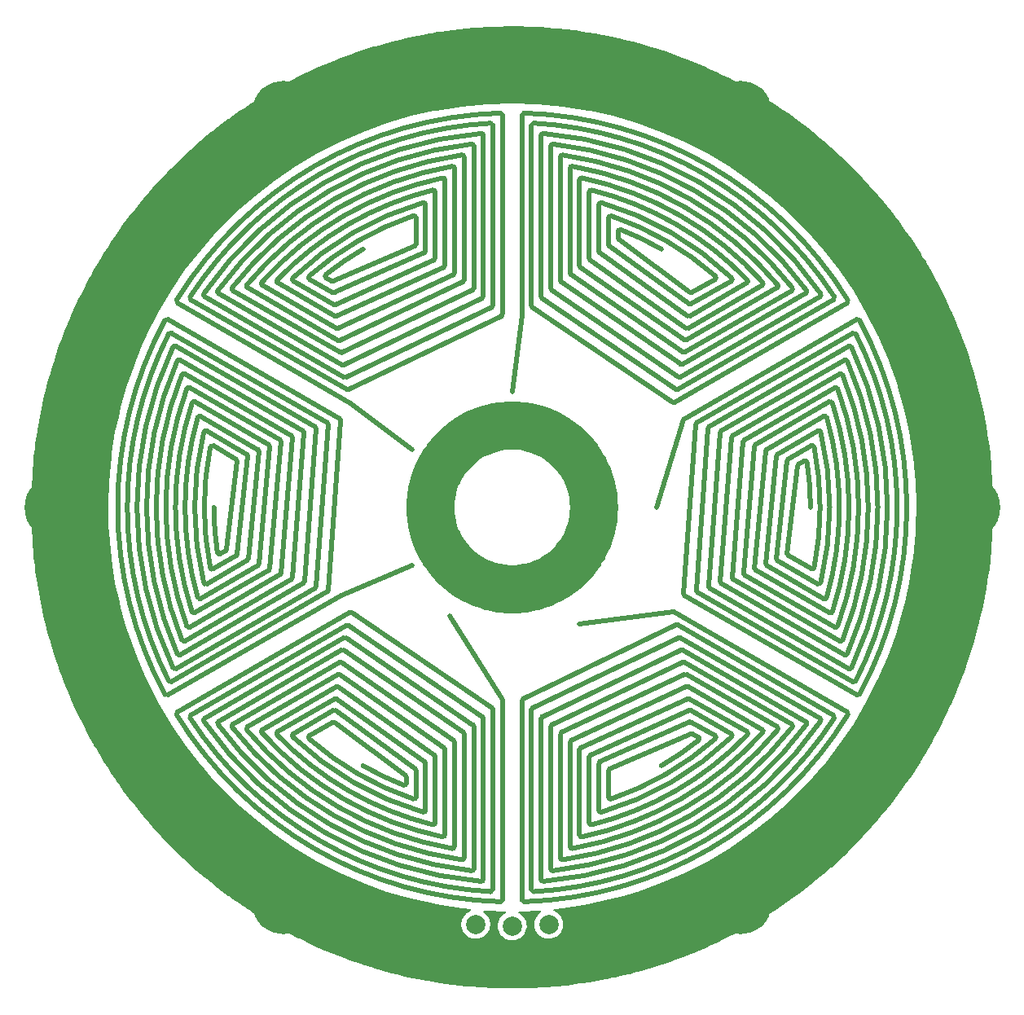
<source format=gbr>
%TF.GenerationSoftware,KiCad,Pcbnew,6.0.5*%
%TF.CreationDate,2022-11-15T19:58:42+01:00*%
%TF.ProjectId,kimotor-project,6b696d6f-746f-4722-9d70-726f6a656374,rev?*%
%TF.SameCoordinates,Original*%
%TF.FileFunction,Copper,L2,Bot*%
%TF.FilePolarity,Positive*%
%FSLAX46Y46*%
G04 Gerber Fmt 4.6, Leading zero omitted, Abs format (unit mm)*
G04 Created by KiCad (PCBNEW 6.0.5) date 2022-11-15 19:58:42*
%MOMM*%
%LPD*%
G01*
G04 APERTURE LIST*
%TA.AperFunction,ComponentPad*%
%ADD10C,6.400000*%
%TD*%
%TA.AperFunction,ComponentPad*%
%ADD11C,2.000000*%
%TD*%
%TA.AperFunction,ViaPad*%
%ADD12C,1.000000*%
%TD*%
%TA.AperFunction,ViaPad*%
%ADD13C,0.500000*%
%TD*%
%TA.AperFunction,Conductor*%
%ADD14C,0.500000*%
%TD*%
G04 APERTURE END LIST*
D10*
%TO.P,,1*%
%TO.N,gnd*%
X23749999Y41136206D03*
%TD*%
%TO.P,,1*%
%TO.N,gnd*%
X-23750000Y41136206D03*
%TD*%
%TO.P,,1*%
%TO.N,gnd*%
X-47500000Y0D03*
%TD*%
%TO.P,,1*%
%TO.N,gnd*%
X-23749999Y-41136206D03*
%TD*%
%TO.P,,1*%
%TO.N,gnd*%
X23750000Y-41136206D03*
%TD*%
%TO.P,,1*%
%TO.N,gnd*%
X47500000Y0D03*
%TD*%
D11*
%TO.P,,1*%
%TO.N,N/C*%
X-3791274Y-43334469D03*
%TD*%
%TO.P,,1*%
%TO.N,N/C*%
X0Y-43500000D03*
%TD*%
%TO.P,,1*%
%TO.N,N/C*%
X3791274Y-43334469D03*
%TD*%
D12*
%TO.N,gnd*%
X46821150Y4096319D03*
X45398513Y12164495D03*
X42596465Y19863058D03*
X38500146Y26958092D03*
X33234018Y33234018D03*
X26958092Y38500146D03*
X19863058Y42596465D03*
X12164495Y45398513D03*
X4096319Y46821150D03*
X-4096319Y46821150D03*
X-12164495Y45398513D03*
X-19863058Y42596465D03*
X-26958092Y38500146D03*
X-33234018Y33234018D03*
X-38500146Y26958092D03*
X-42596465Y19863058D03*
X-45398513Y12164495D03*
X-46821150Y4096319D03*
X-46821150Y-4096319D03*
X-45398513Y-12164495D03*
X-42596465Y-19863058D03*
X-38500146Y-26958092D03*
X-33234018Y-33234018D03*
X-26958092Y-38500146D03*
X-19863058Y-42596465D03*
X-12164495Y-45398513D03*
X-4096319Y-46821150D03*
X4096319Y-46821150D03*
X12164495Y-45398513D03*
X19863058Y-42596465D03*
X26958092Y-38500146D03*
X33234018Y-33234018D03*
X38500146Y-26958092D03*
X42596465Y-19863058D03*
X45398513Y-12164495D03*
X46821150Y-4096319D03*
X48315442Y4227053D03*
X46847402Y12552723D03*
X43955927Y20496985D03*
X39728874Y27818457D03*
X34294678Y34294678D03*
X27818457Y39728874D03*
X20496985Y43955927D03*
X12552723Y46847402D03*
X4227053Y48315442D03*
X-4227053Y48315442D03*
X-12552723Y46847402D03*
X-20496985Y43955927D03*
X-27818457Y39728874D03*
X-34294678Y34294678D03*
X-39728874Y27818457D03*
X-43955927Y20496985D03*
X-46847402Y12552723D03*
X-48315442Y4227053D03*
X-48315442Y-4227053D03*
X-46847402Y-12552723D03*
X-43955927Y-20496985D03*
X-39728874Y-27818457D03*
X-34294678Y-34294678D03*
X-27818457Y-39728874D03*
X-20496985Y-43955927D03*
X-12552723Y-46847402D03*
X-4227053Y-48315442D03*
X4227053Y-48315442D03*
X12552723Y-46847402D03*
X20496985Y-43955927D03*
X27818457Y-39728874D03*
X34294678Y-34294678D03*
X39728874Y-27818457D03*
X43955927Y-20496985D03*
X46847402Y-12552723D03*
X48315442Y-4227053D03*
D13*
%TO.N,*%
X0Y12000000D03*
X-6499999Y-11258330D03*
X-10392304Y6000000D03*
X7000000Y-12124355D03*
X-10392304Y-5999999D03*
X15000000Y0D03*
X15500046Y26846760D03*
X-15499953Y26846814D03*
X-30999999Y54D03*
X-15500046Y-26846760D03*
X15499953Y-26846814D03*
X30999999Y-54D03*
%TD*%
D14*
%TO.N,*%
X1000034Y19974982D02*
X0Y12000000D01*
X-1000034Y-19974982D02*
X-6499999Y-11258330D01*
X-16798824Y10853546D02*
X-10392304Y6000000D01*
X16798824Y-10853546D02*
X7000000Y-12124355D01*
X-17798859Y-9121435D02*
X-10392304Y-5999999D01*
X17798859Y9121435D02*
X15000000Y0D01*
X11272801Y28877773D02*
G75*
G03*
X11000049Y28691403I-72701J-186373D01*
G01*
X15500046Y26846760D02*
G75*
G03*
X11272790Y28877745I-15500110J-26846892D01*
G01*
X11000018Y28010987D02*
G75*
G03*
X11080605Y27850570I199982J13D01*
G01*
X11000048Y28010987D02*
X11000049Y28691403D01*
X18468862Y22349428D02*
G75*
G03*
X18688315Y22336655I119438J160472D01*
G01*
X18468873Y22349443D02*
X11080605Y27850570D01*
X21084520Y23720092D02*
G75*
G03*
X21116497Y24043573I-100020J173208D01*
G01*
X21084518Y23720096D02*
X18688315Y22336654D01*
X10264204Y30309260D02*
G75*
G03*
X10000052Y30119824I-64204J-189360D01*
G01*
X21116497Y24043574D02*
G75*
G03*
X10264178Y30309182I-21116497J-24043574D01*
G01*
X10000017Y27322987D02*
G75*
G03*
X10082214Y27161384I199983J13D01*
G01*
X10000047Y27322987D02*
X10000052Y30119824D01*
X18356851Y21127977D02*
G75*
G03*
X18574651Y21116330I117849J161523D01*
G01*
X18356819Y21127933D02*
X10082214Y27161384D01*
X22765370Y23535911D02*
G75*
G03*
X22803607Y23853625I-99970J173189D01*
G01*
X22765403Y23535853D02*
X18574651Y21116330D01*
X9256143Y31675302D02*
G75*
G03*
X9000054Y31483361I-56143J-191902D01*
G01*
X22803607Y23853625D02*
G75*
G03*
X9256139Y31675287I-22803611J-23853628D01*
G01*
X9000045Y26616822D02*
G75*
G03*
X9083499Y26454290I199955J-22D01*
G01*
X9000046Y26616822D02*
X9000054Y31483361D01*
X18227938Y19897172D02*
G75*
G03*
X18444461Y19886466I116562J162528D01*
G01*
X18227914Y19897139D02*
X9083499Y26454289D01*
X24397213Y23323296D02*
G75*
G03*
X24440993Y23635518I-100013J173204D01*
G01*
X24397222Y23323280D02*
X18444461Y19886466D01*
X8248590Y32984278D02*
G75*
G03*
X8000056Y32790202I-48490J-194078D01*
G01*
X24440993Y23635518D02*
G75*
G03*
X8248583Y32984251I-24440978J-23635487D01*
G01*
X8000008Y25891078D02*
G75*
G03*
X8084538Y25727805I199992J22D01*
G01*
X8000045Y25891078D02*
X8000056Y32790202D01*
X18080698Y18656096D02*
G75*
G03*
X18296213Y18646177I115502J163304D01*
G01*
X18080707Y18656108D02*
X8084538Y25727804D01*
X25985595Y23085705D02*
G75*
G03*
X26034398Y23392522I-99995J173195D01*
G01*
X25985629Y23085645D02*
X18296213Y18646177D01*
X7241467Y34242741D02*
G75*
G03*
X7000058Y34046934I-41267J-195841D01*
G01*
X26034398Y23392522D02*
G75*
G03*
X7241454Y34242682I-26034399J-23392526D01*
G01*
X7000034Y25144111D02*
G75*
G03*
X7085383Y24980242I199966J-11D01*
G01*
X7000043Y25144111D02*
X7000058Y34046934D01*
X17913533Y17403815D02*
G75*
G03*
X18128181Y17394464I114667J163885D01*
G01*
X17913522Y17403800D02*
X7085383Y24980242D01*
X27535281Y22825594D02*
G75*
G03*
X27588534Y23127314I-99981J173206D01*
G01*
X27535264Y22825624D02*
X18128181Y17394464D01*
X6234703Y35456024D02*
G75*
G03*
X6000060Y35259012I-34603J-197024D01*
G01*
X27588534Y23127314D02*
G75*
G03*
X6234700Y35456007I-27588524J-23127294D01*
G01*
X6000026Y24374003D02*
G75*
G03*
X6086073Y24209652I199974J-3D01*
G01*
X6000042Y24374003D02*
X6000060Y35259012D01*
X17724419Y16139058D02*
G75*
G03*
X17938369Y16130177I113981J164342D01*
G01*
X17724401Y16139032D02*
X6086073Y24209652D01*
X29049968Y22545507D02*
G75*
G03*
X29107336Y22842129I-99968J173193D01*
G01*
X29049999Y22545453D02*
X17938369Y16130177D01*
X5228326Y36628737D02*
G75*
G03*
X5000062Y36430727I-28226J-198037D01*
G01*
X29107335Y22842128D02*
G75*
G03*
X5228326Y36628738I-29107333J-22842122D01*
G01*
X5000027Y23578505D02*
G75*
G03*
X5086630Y23413768I199973J-5D01*
G01*
X5000040Y23578505D02*
X5000062Y36430727D01*
X17511010Y14860395D02*
G75*
G03*
X17724449Y14851971I113390J164805D01*
G01*
X17511040Y14860439D02*
X5086630Y23413768D01*
X30533114Y22246989D02*
G75*
G03*
X30594120Y22538849I-100014J173211D01*
G01*
X30533098Y22247018D02*
X17724449Y14851971D01*
X4222286Y37764697D02*
G75*
G03*
X4000064Y37565939I-22226J-198757D01*
G01*
X30594120Y22538849D02*
G75*
G03*
X4222286Y37764696I-30594118J-22538843D01*
G01*
X3999994Y22754967D02*
G75*
G03*
X4087075Y22589923I200006J33D01*
G01*
X4000039Y22754967D02*
X4000064Y37565939D01*
X17270719Y13566449D02*
G75*
G03*
X17483660Y13558253I112981J165051D01*
G01*
X17270696Y13566415D02*
X4087075Y22589923D01*
X31987379Y21931874D02*
G75*
G03*
X32051716Y22219077I-100079J173226D01*
G01*
X31987348Y21931928D02*
X17483660Y13558253D01*
X3216561Y38867131D02*
G75*
G03*
X3000066Y38667819I-16511J-199301D01*
G01*
X32051716Y22219077D02*
G75*
G03*
X3216561Y38867127I-32051716J-22219077D01*
G01*
X3000044Y21900227D02*
G75*
G03*
X3087419Y21734949I199956J-27D01*
G01*
X3000038Y21900227D02*
X3000066Y38667819D01*
X17000076Y12255046D02*
G75*
G03*
X17212686Y12247107I112624J165254D01*
G01*
X17000068Y12255034D02*
X3087419Y21734948D01*
X33415138Y21601587D02*
G75*
G03*
X33482562Y21884193I-100038J173213D01*
G01*
X33415150Y21601566D02*
X17212686Y12247107D01*
X2211124Y39938836D02*
G75*
G03*
X2000068Y39739145I-11054J-199696D01*
G01*
X33482563Y21884193D02*
G75*
G03*
X2211124Y39938839I-33482561J-21884189D01*
G01*
X1999997Y21010472D02*
G75*
G03*
X2087667Y20845023I200003J28D01*
G01*
X2000036Y21010472D02*
X2000068Y39739145D01*
X16695122Y10923973D02*
G75*
G03*
X16907478Y10916197I112378J165427D01*
G01*
X16695109Y10923954D02*
X2087667Y20845023D01*
X34818613Y21257091D02*
G75*
G03*
X34888774Y21535394I-100013J173209D01*
G01*
X34818586Y21257138D02*
X16907478Y10916197D01*
X1205953Y40982263D02*
G75*
G03*
X1000070Y40782347I-5883J-199913D01*
G01*
X34888774Y21535393D02*
G75*
G03*
X1205953Y40982259I-34888775J-21535390D01*
G01*
X1000034Y19974982D02*
X1000070Y40782347D01*
X-19372475Y24201386D02*
G75*
G03*
X-19347492Y23872044I124983J-156138D01*
G01*
X-15499954Y26846816D02*
G75*
G03*
X-19372475Y24201386I15500054J-26846916D01*
G01*
X-18758201Y23531816D02*
G75*
G03*
X-18578997Y23521372I100000J173199D01*
G01*
X-18758201Y23531815D02*
X-19347492Y23872043D01*
X-10120748Y27169235D02*
G75*
G03*
X-9999951Y27352883I-79201J183648D01*
G01*
X-10120748Y27169235D02*
X-18578997Y23521371D01*
X-9999946Y30119648D02*
G75*
G03*
X-10264136Y30309196I-200147J-76D01*
G01*
X-9999946Y30119648D02*
X-9999951Y27352883D01*
X-21116412Y24043647D02*
G75*
G03*
X-21084436Y23720171I131978J-150272D01*
G01*
X-10264136Y30309197D02*
G75*
G03*
X-21116413Y24043648I10264126J-30309180D01*
G01*
X-18662376Y22321790D02*
G75*
G03*
X-18481341Y22312147I100000J173206D01*
G01*
X-18662377Y22321789D02*
X-21084436Y23720170D01*
X-9118917Y26461438D02*
G75*
G03*
X-8999952Y26644285I-81036J182848D01*
G01*
X-9118917Y26461438D02*
X-18481341Y22312146D01*
X-8999945Y31483399D02*
G75*
G03*
X-9256026Y31675319I-199933J33D01*
G01*
X-8999944Y31483399D02*
X-8999952Y26644285D01*
X-22803522Y23853703D02*
G75*
G03*
X-22765320Y23535932I138201J-144567D01*
G01*
X-9256026Y31675320D02*
G75*
G03*
X-22803523Y23853704I9256000J-31675271D01*
G01*
X-18550821Y21102679D02*
G75*
G03*
X-18368336Y21093686I100001J173212D01*
G01*
X-18550821Y21102679D02*
X-22765320Y23535932D01*
X-8117469Y25734405D02*
G75*
G03*
X-7999953Y25916604I-82487J182201D01*
G01*
X-8117469Y25734405D02*
X-18368336Y21093685D01*
X-7999942Y32790278D02*
G75*
G03*
X-8248457Y32984281I-199971J14D01*
G01*
X-7999942Y32790278D02*
X-7999953Y25916604D01*
X-24440911Y23635604D02*
G75*
G03*
X-24397142Y23323367I143769J-139033D01*
G01*
X-8248457Y32984281D02*
G75*
G03*
X-24440911Y23635604I8248447J-32984264D01*
G01*
X-18422308Y19873782D02*
G75*
G03*
X-18238663Y19865319I99999J173202D01*
G01*
X-18422309Y19873781D02*
X-24397142Y23323366D01*
X-7116309Y24986407D02*
G75*
G03*
X-6999955Y25168074I-83646J181668D01*
G01*
X-7116309Y24986406D02*
X-18238663Y19865318D01*
X-6999940Y34047022D02*
G75*
G03*
X-7241322Y34242710I-200020J-9D01*
G01*
X-6999940Y34047022D02*
X-6999955Y25168074D01*
X-26034316Y23392612D02*
G75*
G03*
X-25985549Y23085735I148768J-133672D01*
G01*
X-7241322Y34242709D02*
G75*
G03*
X-26034315Y23392611I7241317J-34242700D01*
G01*
X-18275417Y18634272D02*
G75*
G03*
X-18090832Y18626244I100000J173207D01*
G01*
X-18275418Y18634271D02*
X-25985549Y23085735D01*
X-6115371Y24215465D02*
G75*
G03*
X-5999956Y24396697I-84586J181233D01*
G01*
X-6115371Y24215465D02*
X-18090832Y18626243D01*
X-5999939Y35259062D02*
G75*
G03*
X-6234573Y35456029I-199984J8D01*
G01*
X-5999938Y35259062D02*
X-5999956Y24396697D01*
X-27588453Y23127410D02*
G75*
G03*
X-27535185Y22825721I153270J-128485D01*
G01*
X-6234573Y35456029D02*
G75*
G03*
X-27588453Y23127410I6234577J-35456035D01*
G01*
X-18108485Y17383190D02*
G75*
G03*
X-17923137Y17375519I100001J173209D01*
G01*
X-18108485Y17383190D02*
X-27535185Y22825720D01*
X-5114611Y23419297D02*
G75*
G03*
X-4999958Y23600172I-85347J180875D01*
G01*
X-5114611Y23419297D02*
X-17923137Y17375519D01*
X-4999937Y36430769D02*
G75*
G03*
X-5228196Y36628757I-199991J5D01*
G01*
X-4999936Y36430769D02*
X-4999958Y23600172D01*
X-29107257Y22842231D02*
G75*
G03*
X-29049920Y22545556I157335J-123471D01*
G01*
X-5228196Y36628757D02*
G75*
G03*
X-29107256Y22842230I5228192J-36628749D01*
G01*
X-17919564Y16119415D02*
G75*
G03*
X-17733602Y16112035I100001J173207D01*
G01*
X-17919564Y16119415D02*
X-29049920Y22545555D01*
X-4113998Y22595225D02*
G75*
G03*
X-3999959Y22775809I-85959J180583D01*
G01*
X-4113998Y22595225D02*
X-17733602Y16112035D01*
X-3999934Y37565951D02*
G75*
G03*
X-4222155Y37764709I-199993J4D01*
G01*
X-3999934Y37565951D02*
X-3999959Y22775809D01*
X-30594040Y22538956D02*
G75*
G03*
X-30533020Y22247126I161020J-118626D01*
G01*
X-4222155Y37764709D02*
G75*
G03*
X-30594041Y22538956I4222148J-37764698D01*
G01*
X-17706359Y14841619D02*
G75*
G03*
X-17519909Y14834474I100000J173208D01*
G01*
X-17706359Y14841619D02*
X-30533020Y22247125D01*
X-3113510Y21740069D02*
G75*
G03*
X-2999960Y21920420I-86452J180352D01*
G01*
X-3113510Y21740069D02*
X-17519909Y14834473D01*
X-2999933Y38667817D02*
G75*
G03*
X-3216427Y38867138I-200004J-2D01*
G01*
X-2999932Y38667817D02*
X-2999960Y21920420D01*
X-32051638Y22219188D02*
G75*
G03*
X-31987272Y21932040I164366J-113944D01*
G01*
X-3216427Y38867139D02*
G75*
G03*
X-32051639Y22219189I3216424J-38867135D01*
G01*
X-17466133Y13548223D02*
G75*
G03*
X-17279307Y13541258I100000J173205D01*
G01*
X-17466133Y13548222D02*
X-31987272Y21932039D01*
X-2113136Y20850008D02*
G75*
G03*
X-1999962Y21030177I-86825J180170D01*
G01*
X-2113136Y20850008D02*
X-17279307Y13541257D01*
X-1999930Y39739154D02*
G75*
G03*
X-2210985Y39938846I-199997J1D01*
G01*
X-1999930Y39739154D02*
X-1999962Y21030177D01*
X-33482486Y21884309D02*
G75*
G03*
X-33415074Y21601684I167412J-109421D01*
G01*
X-2210985Y39938847D02*
G75*
G03*
X-33482486Y21884309I2210982J-39938839D01*
G01*
X-17195584Y12237318D02*
G75*
G03*
X-17008486Y12230485I100000J173208D01*
G01*
X-17195584Y12237318D02*
X-33415074Y21601683D01*
X-1112866Y19920367D02*
G75*
G03*
X-999964Y20100405I-87100J180040D01*
G01*
X-1112866Y19920367D02*
X-17008486Y12230485D01*
X-999928Y40782350D02*
G75*
G03*
X-1205810Y40982264I-200001J-1D01*
G01*
X-999928Y40782350D02*
X-999964Y20100405D01*
X-34888701Y21535516D02*
G75*
G03*
X-34818512Y21257260I170188J-105051D01*
G01*
X-1205810Y40982264D02*
G75*
G03*
X-34888701Y21535516I1205808J-40982259D01*
G01*
X-16798824Y10853546D02*
X-34818512Y21257260D01*
X-30645253Y-4676362D02*
G75*
G03*
X-30347543Y-4819396I197710J30170D01*
G01*
X-30999996Y54D02*
G75*
G03*
X-30645253Y-4676362I31000196J-54D01*
G01*
X-29758250Y-4479170D02*
G75*
G03*
X-29659605Y-4329198I-100000J173204D01*
G01*
X-29758250Y-4479171D02*
X-30347543Y-4819397D01*
X-28589622Y4819792D02*
G75*
G03*
X-28688267Y5016227I-198647J23230D01*
G01*
X-28589621Y4819792D02*
X-29659604Y-4329198D01*
X-31084466Y6399679D02*
G75*
G03*
X-31380595Y6265635I-100000J-173205D01*
G01*
X-31084466Y6399679D02*
X-28688267Y5016228D01*
X-31380617Y-6265526D02*
G75*
G03*
X-31084488Y-6399570I196129J39161D01*
G01*
X-31380594Y6265635D02*
G75*
G03*
X-31380616Y-6265526I31380591J-6265636D01*
G01*
X-28662425Y-5001198D02*
G75*
G03*
X-28563557Y-4849237I-100006J173209D01*
G01*
X-28662425Y-5001198D02*
X-31084488Y-6399571D01*
X-27475737Y5333504D02*
G75*
G03*
X-27574605Y5527953I-198870J21244D01*
G01*
X-27475737Y5333504D02*
X-28563556Y-4849237D01*
X-31765348Y7947489D02*
G75*
G03*
X-32059648Y7821690I-100001J-173202D01*
G01*
X-31765348Y7947490D02*
X-27574605Y5527954D01*
X-32059677Y-7821578D02*
G75*
G03*
X-31765376Y-7947380I194302J47405D01*
G01*
X-32059649Y7821690D02*
G75*
G03*
X-32059676Y-7821578I32059649J-7821690D01*
G01*
X-27550867Y-5514142D02*
G75*
G03*
X-27451836Y-5360603I-99997J173203D01*
G01*
X-27550867Y-5514142D02*
X-31765376Y-7947380D01*
X-26345385Y5837266D02*
G75*
G03*
X-26444415Y6030137I-199030J19667D01*
G01*
X-26345385Y5837266D02*
X-27451836Y-5360603D01*
X-32397165Y9466973D02*
G75*
G03*
X-32689455Y9348761I-100000J-173204D01*
G01*
X-32397165Y9466973D02*
X-26444415Y6030137D01*
X-32689489Y-9348647D02*
G75*
G03*
X-32397198Y-9466859I192290J54990D01*
G01*
X-32689455Y9348761D02*
G75*
G03*
X-32689488Y-9348647I32689435J-9348762D01*
G01*
X-26422354Y-6017295D02*
G75*
G03*
X-26323202Y-5862486I-100000J173205D01*
G01*
X-26422354Y-6017296D02*
X-32397198Y-9466860D01*
X-25197019Y6330298D02*
G75*
G03*
X-25296170Y6521896I-199151J18394D01*
G01*
X-25197018Y6330298D02*
X-26323201Y-5862486D01*
X-32985569Y10961392D02*
G75*
G03*
X-33275716Y10850188I-100000J-173205D01*
G01*
X-32985569Y10961392D02*
X-25296170Y6521897D01*
X-33275754Y-10850072D02*
G75*
G03*
X-32985608Y-10961276I190146J62000D01*
G01*
X-33275715Y10850188D02*
G75*
G03*
X-33275754Y-10850072I33275705J-10850190D01*
G01*
X-25275461Y-6509840D02*
G75*
G03*
X-25176216Y-6353998I-99998J173204D01*
G01*
X-25275461Y-6509840D02*
X-32985608Y-10961277D01*
X-24028894Y6811665D02*
G75*
G03*
X-24128138Y7002233I-199244J17364D01*
G01*
X-24028894Y6811665D02*
X-25176216Y-6353998D01*
X-33535204Y12433424D02*
G75*
G03*
X-33823108Y12328713I-99999J-173204D01*
G01*
X-33535203Y12433426D02*
X-24128138Y7002233D01*
X-33823152Y-12328596D02*
G75*
G03*
X-33535247Y-12433309I187906J68493D01*
G01*
X-33823108Y12328713D02*
G75*
G03*
X-33823152Y-12328596I33823104J-12328715D01*
G01*
X-24108527Y-6990810D02*
G75*
G03*
X-24009211Y-6834131I-99998J173204D01*
G01*
X-24108527Y-6990811D02*
X-33535247Y-12433309D01*
X-22839013Y7280265D02*
G75*
G03*
X-22938328Y7469994I-199318J16523D01*
G01*
X-22839012Y7280265D02*
X-24009210Y-6834131D01*
X-34049935Y13885309D02*
G75*
G03*
X-34335531Y13786626I-100000J-173203D01*
G01*
X-34049935Y13885309D02*
X-22938328Y7469994D01*
X-34335580Y-13786506D02*
G75*
G03*
X-34049984Y-13885190I185597J74521D01*
G01*
X-34335531Y13786626D02*
G75*
G03*
X-34335580Y-13786507I34335518J-13786628D01*
G01*
X-22919606Y-7459088D02*
G75*
G03*
X-22820235Y-7301731I-99997J173203D01*
G01*
X-22919605Y-7459089D02*
X-34049984Y-13885190D01*
X-21625038Y7734784D02*
G75*
G03*
X-21724409Y7923836I-199369J15848D01*
G01*
X-21625038Y7734784D02*
X-22820234Y-7301731D01*
X-34533033Y15318927D02*
G75*
G03*
X-34816275Y15225860I-100000J-173204D01*
G01*
X-34533032Y15318928D02*
X-21724409Y7923836D01*
X-34816329Y-15225738D02*
G75*
G03*
X-34533086Y-15318808I183243J80134D01*
G01*
X-34816275Y15225860D02*
G75*
G03*
X-34816329Y-15225738I34816273J-15225861D01*
G01*
X-21706399Y-7913347D02*
G75*
G03*
X-21606986Y-7755449I-99997J173204D01*
G01*
X-21706399Y-7913347D02*
X-34533086Y-15318808D01*
X-20384209Y8173654D02*
G75*
G03*
X-20483621Y8362166I-199413J15307D01*
G01*
X-20384208Y8173654D02*
X-21606985Y-7755449D01*
X-34987280Y16735891D02*
G75*
G03*
X-35268143Y16648061I-100001J-173204D01*
G01*
X-34987280Y16735891D02*
X-20483621Y8362166D01*
X-35268201Y-16647939D02*
G75*
G03*
X-34987339Y-16735770I180862J85373D01*
G01*
X-35268143Y16648061D02*
G75*
G03*
X-35268201Y-16647939I35268135J-16648061D01*
G01*
X-20466172Y-8352003D02*
G75*
G03*
X-20366726Y-8193690I-99997J173205D01*
G01*
X-20466172Y-8352003D02*
X-34987339Y-16735770D01*
X-19113206Y8594973D02*
G75*
G03*
X-19212649Y8783069I-199445J14892D01*
G01*
X-19113205Y8594973D02*
X-20366726Y-8193690D01*
X-35415080Y18137584D02*
G75*
G03*
X-35693548Y18054653I-100001J-173204D01*
G01*
X-35415080Y18137584D02*
X-19212649Y8783070D01*
X-35693610Y-18054529D02*
G75*
G03*
X-35415143Y-18137460I178467J90273D01*
G01*
X-35693548Y18054653D02*
G75*
G03*
X-35693611Y-18054529I35693543J-18054653D01*
G01*
X-19195621Y-8773153D02*
G75*
G03*
X-19096155Y-8614538I-99999J173204D01*
G01*
X-19195621Y-8773153D02*
X-35415143Y-18137461D01*
X-17807976Y8996411D02*
G75*
G03*
X-17907443Y9184206I-199463J14592D01*
G01*
X-17807976Y8996411D02*
X-19096154Y-8614538D01*
X-35818515Y19525210D02*
G75*
G03*
X-36094587Y19446868I-100000J-173206D01*
G01*
X-35818515Y19525210D02*
X-17907443Y9184206D01*
X-36094654Y-19446743D02*
G75*
G03*
X-35818583Y-19525086I176072J94864D01*
G01*
X-36094586Y19446867D02*
G75*
G03*
X-36094653Y-19446743I36094581J-19446867D01*
G01*
X-17798859Y-9121435D02*
X-35818583Y-19525086D01*
X-11272761Y-28877756D02*
G75*
G03*
X-11000049Y-28691488I72761J186242D01*
G01*
X-15500049Y-26846764D02*
G75*
G03*
X-11272761Y-28877755I15500149J26847064D01*
G01*
X-11000048Y-28010987D02*
G75*
G03*
X-11080605Y-27850570I-199999J1D01*
G01*
X-11000048Y-28010987D02*
X-11000049Y-28691488D01*
X-18468874Y-22349444D02*
G75*
G03*
X-18688315Y-22336654I-119442J-160414D01*
G01*
X-18468873Y-22349443D02*
X-11080605Y-27850570D01*
X-21084517Y-23720097D02*
G75*
G03*
X-21116496Y-24043573I100000J-173205D01*
G01*
X-21084518Y-23720096D02*
X-18688315Y-22336654D01*
X-10264178Y-30309183D02*
G75*
G03*
X-10000052Y-30119824I64219J189311D01*
G01*
X-21116497Y-24043574D02*
G75*
G03*
X-10264178Y-30309183I21116489J24043557D01*
G01*
X-10000048Y-27322987D02*
G75*
G03*
X-10082214Y-27161384I-199999J1D01*
G01*
X-10000047Y-27322987D02*
X-10000052Y-30119824D01*
X-18356819Y-21127933D02*
G75*
G03*
X-18574651Y-21116330I-117833J-161604D01*
G01*
X-18356819Y-21127933D02*
X-10082214Y-27161384D01*
X-22765403Y-23535854D02*
G75*
G03*
X-22803606Y-23853624I100000J-173204D01*
G01*
X-22765403Y-23535853D02*
X-18574651Y-21116330D01*
X-9256153Y-31675283D02*
G75*
G03*
X-9000054Y-31483308I56094J191978D01*
G01*
X-22803607Y-23853625D02*
G75*
G03*
X-9256153Y-31675282I22803601J23853615D01*
G01*
X-9000046Y-26616822D02*
G75*
G03*
X-9083499Y-26454289I-199998J1D01*
G01*
X-9000046Y-26616822D02*
X-9000054Y-31483308D01*
X-18227914Y-19897139D02*
G75*
G03*
X-18444461Y-19886467I-116547J-162534D01*
G01*
X-18227914Y-19897139D02*
X-9083499Y-26454289D01*
X-24397222Y-23323282D02*
G75*
G03*
X-24440993Y-23635518I99998J-173204D01*
G01*
X-24397222Y-23323281D02*
X-18444461Y-19886466D01*
X-8248570Y-32984254D02*
G75*
G03*
X-8000056Y-32790258I48552J193978D01*
G01*
X-24440992Y-23635517D02*
G75*
G03*
X-8248570Y-32984253I24440975J23635483D01*
G01*
X-8000046Y-25891078D02*
G75*
G03*
X-8084538Y-25727805I-200003J-1D01*
G01*
X-8000045Y-25891078D02*
X-8000056Y-32790258D01*
X-18080708Y-18656109D02*
G75*
G03*
X-18296213Y-18646178I-115505J-163273D01*
G01*
X-18080707Y-18656108D02*
X-8084538Y-25727804D01*
X-25985629Y-23085646D02*
G75*
G03*
X-26034397Y-23392521I100000J-173204D01*
G01*
X-25985629Y-23085645D02*
X-18296213Y-18646177D01*
X-7241454Y-34242683D02*
G75*
G03*
X-7000058Y-34046934I41291J195799D01*
G01*
X-26034397Y-23392521D02*
G75*
G03*
X-7241454Y-34242682I26034393J23392511D01*
G01*
X-7000043Y-25144111D02*
G75*
G03*
X-7085383Y-24980242I-199995J2D01*
G01*
X-7000043Y-25144111D02*
X-7000058Y-34046934D01*
X-17913522Y-17403800D02*
G75*
G03*
X-18128181Y-17394464I-114659J-163867D01*
G01*
X-17913522Y-17403800D02*
X-7085383Y-24980242D01*
X-27535264Y-22825625D02*
G75*
G03*
X-27588533Y-23127314I99998J-173204D01*
G01*
X-27535264Y-22825624D02*
X-18128181Y-17394464D01*
X-6234700Y-35456008D02*
G75*
G03*
X-6000060Y-35259014I34618J197004D01*
G01*
X-27588534Y-23127314D02*
G75*
G03*
X-6234700Y-35456006I27588525J23127296D01*
G01*
X-6000043Y-24374003D02*
G75*
G03*
X-6086073Y-24209653I-199999J1D01*
G01*
X-6000042Y-24374003D02*
X-6000060Y-35259014D01*
X-17724402Y-16139033D02*
G75*
G03*
X-17938369Y-16130178I-113968J-164346D01*
G01*
X-17724401Y-16139032D02*
X-6086073Y-24209652D01*
X-29049999Y-22545453D02*
G75*
G03*
X-29107335Y-22842128I100001J-173205D01*
G01*
X-29049999Y-22545453D02*
X-17938369Y-16130177D01*
X-5228329Y-36628738D02*
G75*
G03*
X-5000062Y-36430705I28209J198059D01*
G01*
X-29107335Y-22842129D02*
G75*
G03*
X-5228329Y-36628737I29107330J22842120D01*
G01*
X-5000041Y-23578505D02*
G75*
G03*
X-5086630Y-23413768I-199999J1D01*
G01*
X-5000040Y-23578505D02*
X-5000062Y-36430705D01*
X-17511040Y-14860439D02*
G75*
G03*
X-17724449Y-14851971I-113409J-164740D01*
G01*
X-17511040Y-14860439D02*
X-5086630Y-23413768D01*
X-30533098Y-22247019D02*
G75*
G03*
X-30594119Y-22538848I99998J-173204D01*
G01*
X-30533098Y-22247018D02*
X-17724449Y-14851971D01*
X-4222287Y-37764695D02*
G75*
G03*
X-4000064Y-37565929I22216J198769D01*
G01*
X-30594120Y-22538849D02*
G75*
G03*
X-4222287Y-37764695I30594114J22538839D01*
G01*
X-4000039Y-22754967D02*
G75*
G03*
X-4087075Y-22589923I-200000J1D01*
G01*
X-4000039Y-22754967D02*
X-4000064Y-37565929D01*
X-17270696Y-13566416D02*
G75*
G03*
X-17483660Y-13558254I-112964J-165044D01*
G01*
X-17270696Y-13566415D02*
X-4087075Y-22589923D01*
X-31987348Y-21931928D02*
G75*
G03*
X-32051716Y-22219077I100000J-173205D01*
G01*
X-31987348Y-21931928D02*
X-17483660Y-13558253D01*
X-3216561Y-38867128D02*
G75*
G03*
X-3000066Y-38667809I16495J199319D01*
G01*
X-32051715Y-22219076D02*
G75*
G03*
X-3216561Y-38867127I32051714J22219073D01*
G01*
X-3000038Y-21900227D02*
G75*
G03*
X-3087419Y-21734948I-199997J2D01*
G01*
X-3000038Y-21900227D02*
X-3000066Y-38667809D01*
X-17000069Y-12255035D02*
G75*
G03*
X-17212686Y-12247108I-112618J-165275D01*
G01*
X-17000068Y-12255034D02*
X-3087419Y-21734948D01*
X-33415150Y-21601566D02*
G75*
G03*
X-33482562Y-21884193I100003J-173206D01*
G01*
X-33415150Y-21601566D02*
X-17212686Y-12247107D01*
X-2211124Y-39938839D02*
G75*
G03*
X-2000068Y-39739144I11054J199696D01*
G01*
X-33482563Y-21884193D02*
G75*
G03*
X-2211124Y-39938839I33482561J21884189D01*
G01*
X-2000037Y-21010472D02*
G75*
G03*
X-2087668Y-20845024I-200000J0D01*
G01*
X-2000036Y-21010472D02*
X-2000068Y-39739144D01*
X-16695109Y-10923954D02*
G75*
G03*
X-16907478Y-10916197I-112369J-165451D01*
G01*
X-16695109Y-10923954D02*
X-2087667Y-20845023D01*
X-34818586Y-21257138D02*
G75*
G03*
X-34888774Y-21535394I100002J-173205D01*
G01*
X-34818586Y-21257138D02*
X-16907478Y-10916197D01*
X-1205953Y-40982259D02*
G75*
G03*
X-1000070Y-40782347I5884J199912D01*
G01*
X-34888776Y-21535395D02*
G75*
G03*
X-1205953Y-40982260I34888776J21535395D01*
G01*
X-1000034Y-19974982D02*
X-1000070Y-40782347D01*
X19372426Y-24201325D02*
G75*
G03*
X19347492Y-23872043I-124926J156125D01*
G01*
X15499953Y-26846814D02*
G75*
G03*
X19372475Y-24201386I-15500057J26846948D01*
G01*
X18758200Y-23531817D02*
G75*
G03*
X18578997Y-23521372I-100000J-173183D01*
G01*
X18758201Y-23531815D02*
X19347492Y-23872043D01*
X10120766Y-27169277D02*
G75*
G03*
X9999951Y-27352883I79134J-183623D01*
G01*
X10120748Y-27169235D02*
X18578997Y-23521371D01*
X9999945Y-30119709D02*
G75*
G03*
X10264117Y-30309202I200055J9D01*
G01*
X9999946Y-30119709D02*
X9999951Y-27352883D01*
X21116436Y-24043674D02*
G75*
G03*
X21084436Y-23720171I-132036J150274D01*
G01*
X10264117Y-30309202D02*
G75*
G03*
X21116412Y-24043647I-10264097J30309172D01*
G01*
X18662388Y-22321770D02*
G75*
G03*
X18481341Y-22312146I-99988J-173230D01*
G01*
X18662377Y-22321789D02*
X21084436Y-23720170D01*
X9118911Y-26461424D02*
G75*
G03*
X8999952Y-26644285I81089J-182876D01*
G01*
X9118917Y-26461438D02*
X18481341Y-22312146D01*
X8999974Y-31483290D02*
G75*
G03*
X9256056Y-31675311I200026J-10D01*
G01*
X8999944Y-31483290D02*
X8999952Y-26644285D01*
X22803480Y-23853659D02*
G75*
G03*
X22765320Y-23535933I-138180J144559D01*
G01*
X9256055Y-31675309D02*
G75*
G03*
X22803522Y-23853703I-9256025J31675259D01*
G01*
X18550812Y-21102695D02*
G75*
G03*
X18368336Y-21093685I-100012J-173205D01*
G01*
X18550821Y-21102679D02*
X22765320Y-23535932D01*
X8117456Y-25734377D02*
G75*
G03*
X7999953Y-25916604I82544J-182223D01*
G01*
X8117469Y-25734405D02*
X18368336Y-21093685D01*
X7999934Y-32790273D02*
G75*
G03*
X8248458Y-32984281I199966J-27D01*
G01*
X7999942Y-32790273D02*
X7999953Y-25916604D01*
X24440937Y-23635630D02*
G75*
G03*
X24397142Y-23323366I-143837J139030D01*
G01*
X8248457Y-32984278D02*
G75*
G03*
X24440911Y-23635604I-8248437J32984258D01*
G01*
X18422305Y-19873788D02*
G75*
G03*
X18238663Y-19865319I-100005J-173212D01*
G01*
X18422309Y-19873781D02*
X24397142Y-23323366D01*
X7116308Y-24986403D02*
G75*
G03*
X6999955Y-25168074I83692J-181697D01*
G01*
X7116309Y-24986406D02*
X18238663Y-19865318D01*
X6999951Y-34047077D02*
G75*
G03*
X7241311Y-34242714I199949J-23D01*
G01*
X6999940Y-34047077D02*
X6999955Y-25168074D01*
X26034261Y-23392563D02*
G75*
G03*
X25985549Y-23085736I-148761J133663D01*
G01*
X7241311Y-34242713D02*
G75*
G03*
X26034315Y-23392611I-7241317J34242717D01*
G01*
X18275410Y-18634285D02*
G75*
G03*
X18090832Y-18626244I-100010J-173215D01*
G01*
X18275418Y-18634271D02*
X25985549Y-23085735D01*
X6115361Y-24215444D02*
G75*
G03*
X5999956Y-24396697I84639J-181256D01*
G01*
X6115371Y-24215465D02*
X18090832Y-18626243D01*
X5999941Y-35259062D02*
G75*
G03*
X6234573Y-35456030I199959J-38D01*
G01*
X5999938Y-35259062D02*
X5999956Y-24396697D01*
X27588427Y-23127389D02*
G75*
G03*
X27535185Y-22825721I-153227J128489D01*
G01*
X6234573Y-35456029D02*
G75*
G03*
X27588453Y-23127410I-6234577J35456035D01*
G01*
X18108492Y-17383178D02*
G75*
G03*
X17923137Y-17375520I-99992J-173222D01*
G01*
X18108485Y-17383190D02*
X27535185Y-22825720D01*
X5114611Y-23419298D02*
G75*
G03*
X4999958Y-23600172I85389J-180902D01*
G01*
X5114611Y-23419297D02*
X17923137Y-17375519D01*
X4999930Y-36430769D02*
G75*
G03*
X5228196Y-36628758I199970J-31D01*
G01*
X4999936Y-36430769D02*
X4999958Y-23600172D01*
X29107299Y-22842264D02*
G75*
G03*
X29049920Y-22545554I-157399J123464D01*
G01*
X5228196Y-36628757D02*
G75*
G03*
X29107256Y-22842230I-5228192J36628749D01*
G01*
X17919581Y-16119386D02*
G75*
G03*
X17733602Y-16112035I-99981J-173214D01*
G01*
X17919564Y-16119415D02*
X29049920Y-22545554D01*
X4113984Y-22595196D02*
G75*
G03*
X3999959Y-22775809I86016J-180604D01*
G01*
X4113998Y-22595225D02*
X17733602Y-16112035D01*
X3999849Y-37565943D02*
G75*
G03*
X4222156Y-37764709I200051J43D01*
G01*
X3999934Y-37565943D02*
X3999959Y-22775809D01*
X30594000Y-22538926D02*
G75*
G03*
X30533020Y-22247126I-161000J118626D01*
G01*
X4222156Y-37764709D02*
G75*
G03*
X30594041Y-22538956I-4222153J37764703D01*
G01*
X17706378Y-14841587D02*
G75*
G03*
X17519909Y-14834473I-99978J-173213D01*
G01*
X17706359Y-14841619D02*
X30533020Y-22247125D01*
X3113492Y-21740032D02*
G75*
G03*
X2999960Y-21920420I86508J-180368D01*
G01*
X3113510Y-21740069D02*
X17519909Y-14834473D01*
X2999878Y-38667817D02*
G75*
G03*
X3216427Y-38867138I200022J17D01*
G01*
X2999932Y-38667817D02*
X2999960Y-21920420D01*
X32051594Y-22219158D02*
G75*
G03*
X31987272Y-21932040I-164294J113958D01*
G01*
X3216427Y-38867139D02*
G75*
G03*
X32051639Y-22219189I-3216424J38867135D01*
G01*
X17466117Y-13548250D02*
G75*
G03*
X17279307Y-13541257I-100017J-173150D01*
G01*
X17466133Y-13548222D02*
X31987272Y-21932039D01*
X2113137Y-20850011D02*
G75*
G03*
X1999962Y-21030177I86823J-180169D01*
G01*
X2113136Y-20850008D02*
X17279307Y-13541257D01*
X1999946Y-39739154D02*
G75*
G03*
X2210985Y-39938847I199954J-46D01*
G01*
X1999930Y-39739154D02*
X1999962Y-21030177D01*
X33482508Y-21884323D02*
G75*
G03*
X33415074Y-21601683I-167408J109423D01*
G01*
X2210985Y-39938847D02*
G75*
G03*
X33482486Y-21884309I-2210982J39938839D01*
G01*
X17195590Y-12237307D02*
G75*
G03*
X17008486Y-12230486I-99990J-173193D01*
G01*
X17195584Y-12237318D02*
X33415074Y-21601683D01*
X1112855Y-19920344D02*
G75*
G03*
X999964Y-20100405I87145J-180056D01*
G01*
X1112866Y-19920367D02*
X17008486Y-12230485D01*
X999930Y-40782350D02*
G75*
G03*
X1205810Y-40982264I200000J0D01*
G01*
X999928Y-40782350D02*
X999964Y-20100405D01*
X34888739Y-21535539D02*
G75*
G03*
X34818512Y-21257260I-170239J105039D01*
G01*
X1205810Y-40982264D02*
G75*
G03*
X34888701Y-21535516I-1205808J40982259D01*
G01*
X16798824Y-10853546D02*
X34818512Y-21257260D01*
X30645185Y4676352D02*
G75*
G03*
X30347543Y4819397I-197685J-30152D01*
G01*
X30999999Y-54D02*
G75*
G03*
X30645253Y4676362I-31000396J19D01*
G01*
X29758225Y4479214D02*
G75*
G03*
X29659605Y4329198I100075J-173214D01*
G01*
X29758250Y4479171D02*
X30347543Y4819397D01*
X28589615Y-4819791D02*
G75*
G03*
X28688267Y-5016228I198685J-23209D01*
G01*
X28589621Y-4819792D02*
X29659604Y4329198D01*
X31084483Y-6399650D02*
G75*
G03*
X31380594Y-6265635I100017J173150D01*
G01*
X31084466Y-6399679D02*
X28688267Y-5016228D01*
X31380612Y6265524D02*
G75*
G03*
X31084488Y6399571I-196112J-39124D01*
G01*
X31380594Y-6265635D02*
G75*
G03*
X31380616Y6265525I-31380594J6265635D01*
G01*
X28662429Y5001192D02*
G75*
G03*
X28563557Y4849237I99971J-173192D01*
G01*
X28662425Y5001198D02*
X31084488Y6399571D01*
X27475688Y-5333499D02*
G75*
G03*
X27574605Y-5527953I198912J-21201D01*
G01*
X27475737Y-5333504D02*
X28563556Y4849237D01*
X31765308Y-7947560D02*
G75*
G03*
X32059650Y-7821690I99992J173260D01*
G01*
X31765348Y-7947491D02*
X27574605Y-5527954D01*
X32059695Y7821583D02*
G75*
G03*
X31765376Y7947379I-194295J-47383D01*
G01*
X32059650Y-7821690D02*
G75*
G03*
X32059676Y7821578I-32059659J7821687D01*
G01*
X27550873Y5514131D02*
G75*
G03*
X27451837Y5360603I100027J-173231D01*
G01*
X27550867Y5514142D02*
X31765376Y7947379D01*
X26345346Y-5837262D02*
G75*
G03*
X26444415Y-6030137I199054J-19638D01*
G01*
X26345385Y-5837266D02*
X27451836Y5360603D01*
X32397182Y-9466946D02*
G75*
G03*
X32689456Y-9348761I100018J173146D01*
G01*
X32397166Y-9466974D02*
X26444415Y-6030137D01*
X32689465Y9348640D02*
G75*
G03*
X32397198Y9466859I-192265J-54940D01*
G01*
X32689456Y-9348761D02*
G75*
G03*
X32689489Y9348647I-32689456J9348761D01*
G01*
X26422339Y6017322D02*
G75*
G03*
X26323202Y5862486I100061J-173222D01*
G01*
X26422354Y6017296D02*
X32397198Y9466860D01*
X25197040Y-6330300D02*
G75*
G03*
X25296170Y-6521897I199160J-18400D01*
G01*
X25197018Y-6330298D02*
X26323201Y5862486D01*
X32985588Y-10961360D02*
G75*
G03*
X33275717Y-10850188I100012J173160D01*
G01*
X32985570Y-10961392D02*
X25296170Y-6521897D01*
X33275729Y10850063D02*
G75*
G03*
X32985608Y10961276I-190129J-61963D01*
G01*
X33275717Y-10850188D02*
G75*
G03*
X33275755Y10850072I-33275717J10850188D01*
G01*
X25275465Y6509833D02*
G75*
G03*
X25176216Y6353998I100035J-173233D01*
G01*
X25275461Y6509840D02*
X32985608Y10961277D01*
X24028848Y-6811661D02*
G75*
G03*
X24128138Y-7002233I199252J-17339D01*
G01*
X24028894Y-6811665D02*
X25176216Y6353998D01*
X33535206Y-12433420D02*
G75*
G03*
X33823110Y-12328713I99994J173220D01*
G01*
X33535203Y-12433426D02*
X24128138Y-7002233D01*
X33823091Y12328573D02*
G75*
G03*
X33535247Y12433308I-187891J-68473D01*
G01*
X33823110Y-12328713D02*
G75*
G03*
X33823153Y12328596I-33823114J12328713D01*
G01*
X24108536Y6990796D02*
G75*
G03*
X24009210Y6834131I99964J-173196D01*
G01*
X24108527Y6990811D02*
X33535247Y12433309D01*
X22839009Y-7280265D02*
G75*
G03*
X22938328Y-7469994I199291J-16535D01*
G01*
X22839012Y-7280265D02*
X24009210Y6834131D01*
X34049911Y-13885351D02*
G75*
G03*
X34335532Y-13786627I99989J173251D01*
G01*
X34049935Y-13885309D02*
X22938328Y-7469994D01*
X34335595Y13786513D02*
G75*
G03*
X34049984Y13885189I-185595J-74513D01*
G01*
X34335532Y-13786627D02*
G75*
G03*
X34335580Y13786507I-34335532J13786627D01*
G01*
X22919600Y7459097D02*
G75*
G03*
X22820235Y7301731I100000J-173197D01*
G01*
X22919605Y7459089D02*
X34049984Y13885190D01*
X21625004Y-7734781D02*
G75*
G03*
X21724409Y-7923836I199396J-15819D01*
G01*
X21625038Y-7734784D02*
X22820234Y7301731D01*
X34533014Y-15318958D02*
G75*
G03*
X34816276Y-15225860I99986J173258D01*
G01*
X34533032Y-15318928D02*
X21724409Y-7923836D01*
X34816349Y15225746D02*
G75*
G03*
X34533086Y15318808I-183249J-80146D01*
G01*
X34816276Y-15225860D02*
G75*
G03*
X34816330Y15225738I-34816276J15225860D01*
G01*
X21706415Y7913319D02*
G75*
G03*
X21606986Y7755449I99985J-173219D01*
G01*
X21706399Y7913347D02*
X34533086Y15318808D01*
X20384235Y-8173656D02*
G75*
G03*
X20483621Y-8362165I199365J-15344D01*
G01*
X20384208Y-8173654D02*
X21606985Y7755449D01*
X34987291Y-16735875D02*
G75*
G03*
X35268144Y-16648062I100009J173175D01*
G01*
X34987281Y-16735892D02*
X20483621Y-8362166D01*
X35268138Y16647909D02*
G75*
G03*
X34987339Y16735770I-180838J-85309D01*
G01*
X35268143Y-16648061D02*
G75*
G03*
X35268201Y16647939I-35268143J16648061D01*
G01*
X20466164Y8352017D02*
G75*
G03*
X20366727Y8193690I100036J-173217D01*
G01*
X20466172Y8352003D02*
X34987339Y16735770D01*
X19113263Y-8594977D02*
G75*
G03*
X19212649Y-8783070I199437J-14923D01*
G01*
X19113205Y-8594973D02*
X20366726Y8193690D01*
X35415089Y-18137568D02*
G75*
G03*
X35693548Y-18054653I100011J173168D01*
G01*
X35415080Y-18137584D02*
X19212649Y-8783070D01*
X35693541Y18054494D02*
G75*
G03*
X35415143Y18137461I-178441J-90194D01*
G01*
X35693548Y-18054653D02*
G75*
G03*
X35693611Y18054529I-35693548J18054653D01*
G01*
X19195645Y8773111D02*
G75*
G03*
X19096154Y8614538I99955J-173211D01*
G01*
X19195621Y8773153D02*
X35415143Y18137461D01*
X17807954Y-8996409D02*
G75*
G03*
X17907443Y-9184206I199446J-14591D01*
G01*
X17807976Y-8996411D02*
X19096154Y8614538D01*
X35818506Y-19525226D02*
G75*
G03*
X36094586Y-19446868I99994J173226D01*
G01*
X35818515Y-19525210D02*
X17907443Y-9184206D01*
X36094668Y19446750D02*
G75*
G03*
X35818583Y19525085I-176068J-94850D01*
G01*
X36094586Y-19446868D02*
G75*
G03*
X36094654Y19446743I-36094576J19446868D01*
G01*
X17798859Y9121435D02*
X35818583Y19525086D01*
%TD*%
%TA.AperFunction,Conductor*%
%TO.N,gnd*%
G36*
X40760Y49994992D02*
G01*
X927504Y49988746D01*
X929563Y49988708D01*
X1449444Y49973990D01*
X1449756Y49973981D01*
X2338313Y49942673D01*
X2340338Y49942579D01*
X2857387Y49913280D01*
X2857683Y49913263D01*
X3747214Y49856795D01*
X3749331Y49856637D01*
X4262895Y49812926D01*
X4263229Y49812897D01*
X4916506Y49752908D01*
X5153161Y49731176D01*
X5155292Y49730957D01*
X5564223Y49684463D01*
X5585669Y49682025D01*
X5664704Y49673039D01*
X5665331Y49672966D01*
X6433161Y49580578D01*
X6555071Y49565910D01*
X6557207Y49565629D01*
X7062064Y49493704D01*
X7062692Y49493613D01*
X7231117Y49468516D01*
X7951734Y49361136D01*
X7953788Y49360807D01*
X8453908Y49275053D01*
X8454406Y49274966D01*
X8692462Y49232606D01*
X9342023Y49117022D01*
X9344164Y49116616D01*
X9575987Y49070078D01*
X9838983Y49017281D01*
X10473119Y48885911D01*
X10724895Y48833752D01*
X10727036Y48833283D01*
X11003269Y48769647D01*
X11215796Y48720687D01*
X11216076Y48720622D01*
X11646040Y48618837D01*
X12099204Y48511559D01*
X12101344Y48511028D01*
X12445419Y48421438D01*
X12583593Y48385460D01*
X12584004Y48385352D01*
X13463947Y48150679D01*
X13466005Y48150105D01*
X13941371Y48011853D01*
X13941701Y48011756D01*
X14817930Y47751421D01*
X14819976Y47750788D01*
X15221128Y47621700D01*
X15287795Y47600247D01*
X15288297Y47600084D01*
X15730655Y47454974D01*
X16160008Y47314130D01*
X16162131Y47313407D01*
X16622189Y47150858D01*
X16622704Y47150674D01*
X17489339Y46839080D01*
X17491345Y46838333D01*
X17753645Y46737219D01*
X17942950Y46664244D01*
X17943448Y46664051D01*
X18205304Y46561483D01*
X18804700Y46326701D01*
X18806743Y46325873D01*
X19066954Y46217010D01*
X19249436Y46140666D01*
X19249916Y46140464D01*
X19459078Y46051661D01*
X20104998Y45777425D01*
X20107041Y45776530D01*
X20540690Y45580508D01*
X20540950Y45580390D01*
X21389359Y45191620D01*
X21391358Y45190676D01*
X21815257Y44984422D01*
X22656644Y44569803D01*
X22658609Y44568807D01*
X23011469Y44384590D01*
X23072205Y44352882D01*
X23072633Y44352657D01*
X23905935Y43912422D01*
X23907855Y43911379D01*
X24206025Y43744811D01*
X24310571Y43686408D01*
X24310982Y43686178D01*
X25136029Y43220114D01*
X25138042Y43218945D01*
X25530080Y42985143D01*
X25530175Y42985087D01*
X25962040Y42724813D01*
X26346203Y42493288D01*
X26348195Y42492054D01*
X26728545Y42250374D01*
X26728921Y42250134D01*
X26995373Y42079137D01*
X27535340Y41732610D01*
X27537261Y41731344D01*
X27905933Y41482166D01*
X28684259Y40951129D01*
X28702545Y40938653D01*
X28704470Y40937306D01*
X29060638Y40681602D01*
X29483938Y40374967D01*
X29846881Y40112054D01*
X29848792Y40110634D01*
X30192073Y39849150D01*
X30192337Y39848948D01*
X30967456Y39253455D01*
X30969264Y39252031D01*
X31153032Y39103648D01*
X31299523Y38985364D01*
X31299830Y38985115D01*
X32063207Y38363674D01*
X32065055Y38362133D01*
X32382062Y38090995D01*
X32926673Y37621524D01*
X33133524Y37443212D01*
X33135337Y37441611D01*
X33434521Y37170688D01*
X33438483Y37167100D01*
X33438757Y37166850D01*
X34177398Y36492928D01*
X34179174Y36491268D01*
X34468180Y36214279D01*
X34468438Y36214030D01*
X34470680Y36211866D01*
X35194105Y35513481D01*
X35195822Y35511782D01*
X35469981Y35233714D01*
X35470223Y35233468D01*
X36182656Y34505820D01*
X36184353Y34504044D01*
X36443819Y34225538D01*
X36857900Y33778062D01*
X37142407Y33470610D01*
X37144062Y33468777D01*
X37388304Y33191264D01*
X38072614Y32408645D01*
X38074145Y32406847D01*
X38247097Y32198746D01*
X38302727Y32131810D01*
X38302923Y32131574D01*
X38972368Y31320961D01*
X38973932Y31319018D01*
X39186856Y31047545D01*
X39841096Y30208262D01*
X39842612Y30206266D01*
X40039332Y29940284D01*
X40412430Y29432797D01*
X40678093Y29071443D01*
X40679559Y29069394D01*
X40859867Y28810589D01*
X40860021Y28810368D01*
X41482637Y27911481D01*
X41484052Y27909381D01*
X41647639Y27659806D01*
X41647780Y27659591D01*
X42254134Y26729238D01*
X42255495Y26727089D01*
X42402176Y26488865D01*
X42402272Y26488710D01*
X42643581Y26094619D01*
X42991919Y25525733D01*
X42993226Y25523535D01*
X43122855Y25299011D01*
X43190167Y25181789D01*
X43695475Y24301804D01*
X43696725Y24299559D01*
X43808986Y24091750D01*
X43809090Y24091556D01*
X44364140Y23058606D01*
X44365333Y23056316D01*
X44460051Y22868455D01*
X44460144Y22868270D01*
X44997504Y21796905D01*
X44998637Y21794570D01*
X45075433Y21630888D01*
X45075388Y21630867D01*
X45075516Y21630712D01*
X45594959Y20517901D01*
X45596031Y20515525D01*
X45654967Y20380069D01*
X45654921Y20380049D01*
X45655039Y20379902D01*
X46156096Y19222476D01*
X46157076Y19220128D01*
X46197908Y19118514D01*
X46197971Y19118356D01*
X46680403Y17911808D01*
X46681348Y17909352D01*
X46703967Y17848108D01*
X47167395Y16587147D01*
X47167530Y16586779D01*
X47168409Y16584285D01*
X47172498Y16572168D01*
X47391221Y15920931D01*
X47616304Y15250757D01*
X47617155Y15248100D01*
X48027045Y13903273D01*
X48027820Y13900599D01*
X48297923Y12915722D01*
X48399677Y12544695D01*
X48400371Y12542014D01*
X48716538Y11247203D01*
X48733865Y11176243D01*
X48734489Y11173524D01*
X49029387Y9798841D01*
X49029933Y9796106D01*
X49285972Y8413736D01*
X49286442Y8410986D01*
X49503449Y7021871D01*
X49503838Y7019121D01*
X49525768Y6847092D01*
X49681616Y5624502D01*
X49681930Y5621730D01*
X49820350Y4222649D01*
X49820585Y4219884D01*
X49837646Y3978073D01*
X49919537Y2817413D01*
X49919694Y2814628D01*
X49979097Y1409944D01*
X49979175Y1407156D01*
X49998980Y1395D01*
X49998980Y150D01*
X49998918Y0D01*
X49998980Y-150D01*
X49998980Y-1395D01*
X49979175Y-1407156D01*
X49979097Y-1409944D01*
X49919694Y-2814628D01*
X49919537Y-2817413D01*
X49893999Y-3179376D01*
X49837325Y-3982629D01*
X49820586Y-4219870D01*
X49820350Y-4222649D01*
X49681930Y-5621730D01*
X49681616Y-5624502D01*
X49592535Y-6323319D01*
X49525750Y-6847235D01*
X49503840Y-7019110D01*
X49503449Y-7021871D01*
X49286442Y-8410986D01*
X49285972Y-8413736D01*
X49029933Y-9796106D01*
X49029387Y-9798841D01*
X48932209Y-10251840D01*
X48788335Y-10922520D01*
X48734489Y-11173524D01*
X48733869Y-11176225D01*
X48466064Y-12272982D01*
X48400376Y-12541995D01*
X48399682Y-12544676D01*
X48297885Y-12915860D01*
X48027821Y-13900594D01*
X48027045Y-13903273D01*
X47617155Y-15248100D01*
X47616304Y-15250756D01*
X47292934Y-16213578D01*
X47172618Y-16571812D01*
X47168395Y-16584326D01*
X47167538Y-16586755D01*
X46923757Y-17250072D01*
X46704052Y-17847876D01*
X46703998Y-17848024D01*
X46681348Y-17909352D01*
X46680403Y-17911808D01*
X46198034Y-19118198D01*
X46197971Y-19118355D01*
X46157090Y-19220093D01*
X46156095Y-19222477D01*
X45655040Y-20379901D01*
X45654913Y-20380045D01*
X45654967Y-20380069D01*
X45596031Y-20515525D01*
X45594959Y-20517901D01*
X45075516Y-21630712D01*
X45075376Y-21630861D01*
X45075433Y-21630888D01*
X44998637Y-21794570D01*
X44997504Y-21796905D01*
X44460237Y-22868085D01*
X44460144Y-22868270D01*
X44365333Y-23056316D01*
X44364140Y-23058606D01*
X43809090Y-24091556D01*
X43808986Y-24091750D01*
X43696725Y-24299559D01*
X43695475Y-24301803D01*
X43122980Y-25298794D01*
X43122863Y-25298996D01*
X42993225Y-25523535D01*
X42991930Y-25525715D01*
X42422594Y-26455521D01*
X42402305Y-26488656D01*
X42402176Y-26488865D01*
X42255495Y-26727089D01*
X42254134Y-26729238D01*
X41647780Y-27659591D01*
X41647639Y-27659806D01*
X41484052Y-27909381D01*
X41482637Y-27911481D01*
X40860021Y-28810368D01*
X40859867Y-28810589D01*
X40679559Y-29069394D01*
X40678099Y-29071434D01*
X40039405Y-29940185D01*
X39842612Y-30206266D01*
X39841099Y-30208258D01*
X39186888Y-31047504D01*
X39001688Y-31283630D01*
X38973932Y-31319018D01*
X38972368Y-31320960D01*
X38302945Y-32131547D01*
X38302764Y-32131766D01*
X38074145Y-32406847D01*
X38072614Y-32408645D01*
X37388359Y-33191202D01*
X37144062Y-33468777D01*
X37142407Y-33470610D01*
X36458340Y-34209846D01*
X36444052Y-34225286D01*
X36443826Y-34225530D01*
X36184353Y-34504044D01*
X36182656Y-34505820D01*
X35470223Y-35233468D01*
X35469981Y-35233714D01*
X35195822Y-35511782D01*
X35194105Y-35513481D01*
X34911687Y-35786124D01*
X34468438Y-36214030D01*
X34468180Y-36214279D01*
X34179174Y-36491268D01*
X34177398Y-36492928D01*
X33438757Y-37166850D01*
X33438528Y-37167059D01*
X33180029Y-37401141D01*
X33135337Y-37441611D01*
X33133524Y-37443212D01*
X32483737Y-38003349D01*
X32382397Y-38090707D01*
X32382107Y-38090957D01*
X32065055Y-38362133D01*
X32063207Y-38363674D01*
X31299830Y-38985115D01*
X31299523Y-38985364D01*
X31218069Y-39051134D01*
X30969264Y-39252031D01*
X30967456Y-39253455D01*
X30192397Y-39848902D01*
X30192073Y-39849150D01*
X29848792Y-40110634D01*
X29846881Y-40112054D01*
X29060658Y-40681588D01*
X28704485Y-40937295D01*
X28702562Y-40938641D01*
X27905869Y-41482209D01*
X27537261Y-41731344D01*
X27535340Y-41732610D01*
X27287126Y-41891903D01*
X26728921Y-42250134D01*
X26728545Y-42250374D01*
X26348195Y-42492054D01*
X26346203Y-42493288D01*
X26194441Y-42584751D01*
X25530175Y-42985087D01*
X25530080Y-42985143D01*
X25363280Y-43084619D01*
X25138044Y-43218944D01*
X25136029Y-43220114D01*
X24310982Y-43686178D01*
X24310571Y-43686408D01*
X24267722Y-43710345D01*
X23907855Y-43911379D01*
X23905935Y-43912422D01*
X23316712Y-44223710D01*
X23072633Y-44352657D01*
X23072205Y-44352882D01*
X22658609Y-44568807D01*
X22656644Y-44569803D01*
X21982845Y-44901838D01*
X21815531Y-44984287D01*
X21815257Y-44984422D01*
X21391358Y-45190676D01*
X21389364Y-45191618D01*
X20540950Y-45580390D01*
X20540690Y-45580508D01*
X20107041Y-45776530D01*
X20104998Y-45777425D01*
X19690743Y-45953304D01*
X19249916Y-46140464D01*
X19249436Y-46140666D01*
X19066954Y-46217010D01*
X18806743Y-46325873D01*
X18804700Y-46326701D01*
X18429031Y-46473850D01*
X17943448Y-46664051D01*
X17942950Y-46664244D01*
X17753645Y-46737219D01*
X17491345Y-46838333D01*
X17489339Y-46839080D01*
X16758763Y-47101755D01*
X16622704Y-47150674D01*
X16622189Y-47150858D01*
X16162131Y-47313407D01*
X16160018Y-47314126D01*
X15288327Y-47600074D01*
X15287821Y-47600239D01*
X14819976Y-47750788D01*
X14817930Y-47751421D01*
X13941701Y-48011756D01*
X13941371Y-48011853D01*
X13466005Y-48150105D01*
X13463947Y-48150679D01*
X12584004Y-48385352D01*
X12583593Y-48385460D01*
X12512972Y-48403849D01*
X12101344Y-48511028D01*
X12099204Y-48511559D01*
X11656063Y-48616464D01*
X11216076Y-48720622D01*
X11215796Y-48720687D01*
X11003269Y-48769647D01*
X10727036Y-48833283D01*
X10724895Y-48833752D01*
X10473119Y-48885911D01*
X9838983Y-49017281D01*
X9575987Y-49070078D01*
X9344164Y-49116616D01*
X9342023Y-49117022D01*
X8733796Y-49225251D01*
X8454406Y-49274966D01*
X8453908Y-49275053D01*
X7953788Y-49360807D01*
X7951734Y-49361136D01*
X7259960Y-49464218D01*
X7062692Y-49493613D01*
X7062064Y-49493704D01*
X6557207Y-49565629D01*
X6555070Y-49565910D01*
X6088418Y-49622059D01*
X5665347Y-49672964D01*
X5664723Y-49673037D01*
X5564223Y-49684463D01*
X5155292Y-49730957D01*
X5153161Y-49731176D01*
X4916506Y-49752908D01*
X4263229Y-49812897D01*
X4262895Y-49812926D01*
X3749331Y-49856637D01*
X3747214Y-49856795D01*
X2857683Y-49913263D01*
X2857387Y-49913280D01*
X2340338Y-49942579D01*
X2338313Y-49942673D01*
X1449756Y-49973981D01*
X1449444Y-49973990D01*
X929563Y-49988708D01*
X927504Y-49988746D01*
X40760Y-49994992D01*
X40064Y-49994994D01*
X-482007Y-49994994D01*
X-484098Y-49994972D01*
X-542374Y-49993740D01*
X-1368484Y-49976280D01*
X-1369194Y-49976262D01*
X-1893152Y-49961428D01*
X-1895229Y-49961348D01*
X-2392340Y-49936817D01*
X-2776878Y-49917841D01*
X-2777334Y-49917817D01*
X-3302819Y-49888040D01*
X-3304843Y-49887904D01*
X-4182947Y-49819730D01*
X-4183372Y-49819695D01*
X-4606354Y-49783694D01*
X-4709846Y-49774885D01*
X-4711891Y-49774690D01*
X-5585644Y-49682025D01*
X-5586387Y-49681943D01*
X-6113089Y-49622059D01*
X-6115115Y-49621808D01*
X-6984162Y-49504800D01*
X-6984915Y-49504695D01*
X-7269032Y-49464218D01*
X-7511497Y-49429675D01*
X-7513468Y-49429375D01*
X-7728355Y-49394253D01*
X-8377139Y-49288213D01*
X-8377901Y-49288085D01*
X-8743113Y-49225464D01*
X-8903902Y-49197894D01*
X-8905840Y-49197541D01*
X-9763609Y-49032410D01*
X-9764282Y-49032277D01*
X-10289235Y-48926892D01*
X-10291041Y-48926510D01*
X-11142331Y-48737609D01*
X-11142941Y-48737471D01*
X-11666239Y-48616919D01*
X-11668102Y-48616470D01*
X-11994594Y-48534306D01*
X-12512185Y-48404050D01*
X-12512970Y-48403849D01*
X-13034021Y-48268178D01*
X-13035931Y-48267660D01*
X-13063959Y-48259761D01*
X-13872311Y-48031936D01*
X-13872858Y-48031779D01*
X-14260543Y-47919027D01*
X-14391394Y-47880971D01*
X-14393277Y-47880403D01*
X-14674878Y-47792402D01*
X-15221198Y-47621674D01*
X-15221849Y-47621468D01*
X-15374996Y-47572186D01*
X-15737322Y-47455591D01*
X-15739176Y-47454974D01*
X-16340616Y-47248251D01*
X-16558149Y-47173481D01*
X-16558836Y-47173242D01*
X-16826740Y-47078586D01*
X-17070680Y-46992396D01*
X-17072504Y-46991731D01*
X-17881959Y-46687752D01*
X-17882763Y-46687446D01*
X-18390402Y-46491756D01*
X-18392195Y-46491045D01*
X-19063790Y-46217010D01*
X-19191733Y-46164805D01*
X-19192365Y-46164543D01*
X-19462181Y-46051661D01*
X-19695473Y-45954060D01*
X-19697233Y-45953304D01*
X-20486018Y-45605217D01*
X-20486827Y-45604856D01*
X-20984877Y-45379723D01*
X-20986604Y-45378922D01*
X-21764145Y-45009286D01*
X-21764955Y-45008897D01*
X-22116090Y-44838047D01*
X-22257558Y-44769214D01*
X-22259241Y-44768374D01*
X-23025105Y-44377466D01*
X-23025914Y-44377048D01*
X-23412754Y-44175093D01*
X-23512443Y-44123048D01*
X-23513962Y-44122238D01*
X-24267750Y-43710325D01*
X-24268522Y-43709898D01*
X-24748567Y-43441729D01*
X-24750187Y-43440804D01*
X-24936888Y-43331840D01*
X-25491107Y-43008382D01*
X-25491815Y-43007964D01*
X-25964998Y-42725769D01*
X-25966568Y-42724813D01*
X-26130281Y-42622976D01*
X-26694081Y-42272268D01*
X-26694875Y-42271769D01*
X-26728924Y-42250134D01*
X-27160724Y-41975762D01*
X-27162255Y-41974770D01*
X-27184890Y-41959789D01*
X-27521234Y-41737187D01*
X-27875917Y-41502447D01*
X-27876715Y-41501913D01*
X-28007763Y-41413341D01*
X-28334881Y-41192247D01*
X-28336227Y-41191320D01*
X-29035824Y-40699413D01*
X-29036331Y-40699053D01*
X-29486285Y-40376018D01*
X-29487692Y-40374988D01*
X-30172318Y-39864192D01*
X-30173061Y-39863632D01*
X-30192073Y-39849150D01*
X-30614323Y-39527513D01*
X-30615561Y-39526552D01*
X-31284862Y-38997195D01*
X-31285610Y-38996598D01*
X-31717840Y-38647597D01*
X-31719223Y-38646459D01*
X-31949668Y-38453400D01*
X-32372609Y-38099074D01*
X-32373329Y-38098465D01*
X-32796166Y-37736809D01*
X-32797506Y-37735641D01*
X-33434511Y-37170688D01*
X-33435274Y-37170005D01*
X-33848300Y-36795993D01*
X-33849598Y-36794796D01*
X-34196034Y-36469655D01*
X-34469992Y-36212536D01*
X-34470699Y-36211866D01*
X-34873436Y-35825873D01*
X-34874691Y-35824649D01*
X-35477967Y-35225607D01*
X-35478707Y-35224864D01*
X-35685282Y-35015345D01*
X-35870834Y-34827149D01*
X-35871976Y-34825970D01*
X-36457738Y-34210589D01*
X-36458438Y-34209846D01*
X-36839596Y-33800717D01*
X-36840762Y-33799442D01*
X-36957677Y-33669472D01*
X-37408455Y-33168360D01*
X-37409055Y-33167687D01*
X-37778995Y-32747353D01*
X-37780101Y-32746074D01*
X-38329397Y-32099710D01*
X-38330096Y-32098878D01*
X-38688286Y-31667893D01*
X-38689363Y-31666574D01*
X-39219879Y-31005431D01*
X-39220562Y-31004570D01*
X-39524794Y-30616682D01*
X-39566793Y-30563134D01*
X-39567763Y-30561875D01*
X-40079069Y-29886544D01*
X-40079726Y-29885667D01*
X-40413694Y-29434112D01*
X-40414621Y-29432837D01*
X-40906447Y-28743721D01*
X-40907095Y-28742802D01*
X-41003789Y-28604014D01*
X-41228441Y-28281561D01*
X-41229300Y-28280306D01*
X-41646279Y-27659806D01*
X-41701210Y-27578064D01*
X-41701839Y-27577116D01*
X-42010248Y-27106594D01*
X-42011142Y-27105205D01*
X-42462856Y-26390305D01*
X-42463361Y-26389495D01*
X-42758649Y-25909916D01*
X-42759415Y-25908649D01*
X-43190583Y-25181690D01*
X-43191111Y-25180786D01*
X-43472933Y-24692657D01*
X-43473735Y-24691241D01*
X-43475430Y-24688190D01*
X-43883958Y-23952952D01*
X-43884509Y-23951947D01*
X-44152557Y-23455755D01*
X-44153313Y-23454328D01*
X-44542404Y-22705101D01*
X-44542945Y-22704044D01*
X-44797021Y-22200116D01*
X-44797730Y-22198680D01*
X-44943264Y-21898025D01*
X-45165397Y-21439126D01*
X-45165894Y-21438085D01*
X-45405784Y-20926789D01*
X-45406447Y-20925344D01*
X-45752389Y-20156136D01*
X-45752880Y-20155028D01*
X-45978354Y-19636809D01*
X-45978971Y-19635358D01*
X-46055289Y-19452022D01*
X-46133619Y-19263856D01*
X-46303000Y-18856960D01*
X-46303464Y-18855826D01*
X-46514249Y-18331270D01*
X-46514821Y-18329814D01*
X-46816737Y-17542741D01*
X-46817173Y-17541583D01*
X-46823940Y-17523260D01*
X-47013131Y-17010993D01*
X-47013637Y-17009589D01*
X-47162172Y-16587147D01*
X-47293180Y-16214555D01*
X-47293516Y-16213578D01*
X-47474549Y-15677156D01*
X-47474975Y-15675859D01*
X-47731914Y-14873560D01*
X-47732288Y-14872366D01*
X-47898074Y-14331019D01*
X-47898510Y-14329555D01*
X-48021731Y-13903857D01*
X-48132657Y-13520639D01*
X-48132990Y-13519461D01*
X-48283473Y-12973336D01*
X-48283864Y-12971873D01*
X-48495055Y-12156967D01*
X-48495370Y-12155719D01*
X-48630381Y-11605378D01*
X-48630728Y-11603917D01*
X-48818860Y-10783465D01*
X-48819142Y-10782195D01*
X-48938538Y-10228197D01*
X-48938841Y-10226739D01*
X-48940159Y-10220141D01*
X-49103796Y-9401253D01*
X-49103997Y-9400205D01*
X-49207688Y-8842942D01*
X-49207948Y-8841489D01*
X-49280997Y-8413514D01*
X-49349569Y-8011763D01*
X-49349771Y-8010526D01*
X-49371586Y-7871513D01*
X-49437666Y-7450443D01*
X-49437882Y-7448996D01*
X-49556015Y-6616008D01*
X-49556194Y-6614682D01*
X-49628234Y-6052111D01*
X-49628408Y-6050670D01*
X-49723011Y-5214826D01*
X-49723154Y-5213483D01*
X-49779258Y-4648971D01*
X-49779390Y-4647538D01*
X-49850408Y-3809353D01*
X-49850513Y-3807994D01*
X-49890614Y-3242199D01*
X-49890705Y-3240776D01*
X-49938079Y-2400979D01*
X-49938147Y-2399605D01*
X-49962230Y-1832684D01*
X-49962272Y-1831474D01*
X-49984965Y-1026273D01*
X-49985971Y-990572D01*
X-49986000Y-989184D01*
X-49994028Y-421975D01*
X-49994038Y-420574D01*
X-49994038Y0D01*
X-42000000Y0D01*
X-41999951Y-1559D01*
X-41942446Y-1831371D01*
X-41917122Y-2637201D01*
X-41668817Y-5263995D01*
X-41668576Y-5265515D01*
X-41668575Y-5265525D01*
X-41544220Y-6050670D01*
X-41256064Y-7870015D01*
X-41255729Y-7871513D01*
X-40815441Y-9841247D01*
X-40680492Y-10444975D01*
X-40680055Y-10446480D01*
X-40680054Y-10446483D01*
X-40071251Y-12541995D01*
X-39944373Y-12978713D01*
X-39943847Y-12980175D01*
X-39943846Y-12980177D01*
X-39126387Y-15250757D01*
X-39050612Y-15461231D01*
X-39050004Y-15462636D01*
X-38149862Y-17542741D01*
X-38002736Y-17882730D01*
X-38002036Y-17884103D01*
X-38002035Y-17884106D01*
X-37987920Y-17911808D01*
X-36804880Y-20233654D01*
X-35461772Y-22504725D01*
X-33978713Y-24686980D01*
X-33977775Y-24688190D01*
X-33977765Y-24688203D01*
X-32581190Y-26488656D01*
X-32361556Y-26771807D01*
X-32360541Y-26772958D01*
X-32360533Y-26772968D01*
X-31279870Y-27998739D01*
X-30616682Y-28750978D01*
X-28750978Y-30616682D01*
X-28749814Y-30617709D01*
X-28749811Y-30617711D01*
X-26772968Y-32360533D01*
X-26772958Y-32360541D01*
X-26771807Y-32361556D01*
X-26770581Y-32362507D01*
X-24688203Y-33977765D01*
X-24688190Y-33977775D01*
X-24686980Y-33978713D01*
X-22504725Y-35461772D01*
X-20233654Y-36804880D01*
X-17882730Y-38002736D01*
X-17881320Y-38003346D01*
X-17881314Y-38003349D01*
X-16841307Y-38453400D01*
X-15461231Y-39050612D01*
X-15459791Y-39051130D01*
X-15459782Y-39051134D01*
X-13243894Y-39848902D01*
X-12978713Y-39944373D01*
X-12977227Y-39944805D01*
X-12977220Y-39944807D01*
X-11496599Y-40374967D01*
X-10444975Y-40680492D01*
X-10443461Y-40680831D01*
X-10443447Y-40680834D01*
X-8535803Y-41107243D01*
X-7870015Y-41256064D01*
X-7868497Y-41256304D01*
X-7868494Y-41256305D01*
X-5265525Y-41668575D01*
X-5265515Y-41668576D01*
X-5263995Y-41668817D01*
X-5262465Y-41668962D01*
X-5262462Y-41668962D01*
X-4942688Y-41699189D01*
X-4389150Y-41751514D01*
X-4332997Y-41775814D01*
X-4301851Y-41828479D01*
X-4307609Y-41889393D01*
X-4348072Y-41935288D01*
X-4367708Y-41944175D01*
X-4370872Y-41945209D01*
X-4370880Y-41945212D01*
X-4374734Y-41946472D01*
X-4378334Y-41948346D01*
X-4589990Y-42058527D01*
X-4589993Y-42058529D01*
X-4593595Y-42060404D01*
X-4596838Y-42062839D01*
X-4596843Y-42062842D01*
X-4723609Y-42158021D01*
X-4790910Y-42208552D01*
X-4793715Y-42211487D01*
X-4793717Y-42211489D01*
X-4812163Y-42230792D01*
X-4961378Y-42386937D01*
X-4963670Y-42390297D01*
X-5093990Y-42581339D01*
X-5100423Y-42590769D01*
X-5102131Y-42594449D01*
X-5102134Y-42594454D01*
X-5148917Y-42695240D01*
X-5204309Y-42814573D01*
X-5205395Y-42818489D01*
X-5259832Y-43014783D01*
X-5270248Y-43052340D01*
X-5296468Y-43297683D01*
X-5282264Y-43544014D01*
X-5262530Y-43631578D01*
X-5244880Y-43709898D01*
X-5228019Y-43784718D01*
X-5226490Y-43788482D01*
X-5226489Y-43788487D01*
X-5176588Y-43911379D01*
X-5135190Y-44013330D01*
X-5006268Y-44223710D01*
X-5003609Y-44226780D01*
X-5003608Y-44226781D01*
X-4894571Y-44352657D01*
X-4844717Y-44410210D01*
X-4654875Y-44567820D01*
X-4441841Y-44692307D01*
X-4438054Y-44693753D01*
X-4438050Y-44693755D01*
X-4323554Y-44737476D01*
X-4211335Y-44780328D01*
X-3969548Y-44829521D01*
X-3965493Y-44829670D01*
X-3965490Y-44829670D01*
X-3882800Y-44832702D01*
X-3722974Y-44838562D01*
X-3718955Y-44838047D01*
X-3718951Y-44838047D01*
X-3482265Y-44807727D01*
X-3482259Y-44807726D01*
X-3478233Y-44807210D01*
X-3474340Y-44806042D01*
X-3474335Y-44806041D01*
X-3303142Y-44754680D01*
X-3241900Y-44736307D01*
X-3070549Y-44652363D01*
X-3023967Y-44629543D01*
X-3023964Y-44629541D01*
X-3020320Y-44627756D01*
X-2819445Y-44484473D01*
X-2644669Y-44310306D01*
X-2500686Y-44109932D01*
X-2391363Y-43888733D01*
X-2390185Y-43884857D01*
X-2390183Y-43884851D01*
X-2320815Y-43656533D01*
X-2320815Y-43656532D01*
X-2319635Y-43652649D01*
X-2287429Y-43408019D01*
X-2285631Y-43334469D01*
X-2291907Y-43258136D01*
X-2305516Y-43092605D01*
X-2305517Y-43092602D01*
X-2305849Y-43088558D01*
X-2323388Y-43018729D01*
X-2364967Y-42853198D01*
X-2365958Y-42849252D01*
X-2464346Y-42622976D01*
X-2598369Y-42415808D01*
X-2764428Y-42233311D01*
X-2767614Y-42230795D01*
X-2767617Y-42230792D01*
X-2954876Y-42082904D01*
X-2954882Y-42082900D01*
X-2958064Y-42080387D01*
X-2964538Y-42076813D01*
X-3006342Y-42032136D01*
X-3013902Y-41971419D01*
X-2984330Y-41917855D01*
X-2928921Y-41891903D01*
X-2907375Y-41891583D01*
X-2700458Y-41911142D01*
X-2638736Y-41916977D01*
X-2638733Y-41916977D01*
X-2637201Y-41917122D01*
X-2635662Y-41917170D01*
X-2635652Y-41917171D01*
X-725859Y-41977189D01*
X-668291Y-41997915D01*
X-633900Y-42048520D01*
X-635822Y-42109675D01*
X-673323Y-42158021D01*
X-683251Y-42163951D01*
X-745372Y-42196289D01*
X-798716Y-42224058D01*
X-798719Y-42224060D01*
X-802321Y-42225935D01*
X-805564Y-42228370D01*
X-805569Y-42228373D01*
X-864039Y-42272274D01*
X-999636Y-42374083D01*
X-1002441Y-42377018D01*
X-1002443Y-42377020D01*
X-1039509Y-42415808D01*
X-1170104Y-42552468D01*
X-1172396Y-42555828D01*
X-1215870Y-42619559D01*
X-1309149Y-42756300D01*
X-1310857Y-42759980D01*
X-1310860Y-42759985D01*
X-1338016Y-42818489D01*
X-1413035Y-42980104D01*
X-1414121Y-42984020D01*
X-1444234Y-43092605D01*
X-1478974Y-43217871D01*
X-1505194Y-43463214D01*
X-1490990Y-43709545D01*
X-1490098Y-43713502D01*
X-1445262Y-43912454D01*
X-1436745Y-43950249D01*
X-1435216Y-43954013D01*
X-1435215Y-43954018D01*
X-1373384Y-44106289D01*
X-1343916Y-44178861D01*
X-1214994Y-44389241D01*
X-1212335Y-44392311D01*
X-1212334Y-44392312D01*
X-1056105Y-44572668D01*
X-1053443Y-44575741D01*
X-863601Y-44733351D01*
X-650567Y-44857838D01*
X-646780Y-44859284D01*
X-646776Y-44859286D01*
X-532280Y-44903007D01*
X-420061Y-44945859D01*
X-178274Y-44995052D01*
X-174219Y-44995201D01*
X-174216Y-44995201D01*
X-91526Y-44998233D01*
X68300Y-45004093D01*
X72319Y-45003578D01*
X72323Y-45003578D01*
X309009Y-44973258D01*
X309015Y-44973257D01*
X313041Y-44972741D01*
X316934Y-44971573D01*
X316939Y-44971572D01*
X488132Y-44920211D01*
X549374Y-44901838D01*
X678536Y-44838562D01*
X767307Y-44795074D01*
X767310Y-44795072D01*
X770954Y-44793287D01*
X971829Y-44650004D01*
X1146605Y-44475837D01*
X1290588Y-44275463D01*
X1399911Y-44054264D01*
X1401089Y-44050388D01*
X1401091Y-44050382D01*
X1470459Y-43822064D01*
X1470459Y-43822063D01*
X1471639Y-43818180D01*
X1503845Y-43573550D01*
X1505643Y-43500000D01*
X1492034Y-43334469D01*
X1485758Y-43258136D01*
X1485757Y-43258133D01*
X1485425Y-43254089D01*
X1476598Y-43218944D01*
X1426307Y-43018729D01*
X1425316Y-43014783D01*
X1326928Y-42788507D01*
X1192905Y-42581339D01*
X1026846Y-42398842D01*
X1023660Y-42396326D01*
X1023657Y-42396323D01*
X836398Y-42248435D01*
X836392Y-42248431D01*
X833210Y-42245918D01*
X761098Y-42206110D01*
X682579Y-42162765D01*
X640773Y-42118090D01*
X633210Y-42057373D01*
X662780Y-42003808D01*
X718188Y-41977853D01*
X727313Y-41977143D01*
X1052553Y-41966922D01*
X2635652Y-41917171D01*
X2635662Y-41917170D01*
X2637201Y-41917122D01*
X2638733Y-41916977D01*
X2638736Y-41916977D01*
X2908466Y-41891480D01*
X2968178Y-41904828D01*
X3008641Y-41950723D01*
X3014399Y-42011637D01*
X2983253Y-42064302D01*
X2977224Y-42069210D01*
X2851037Y-42163954D01*
X2791638Y-42208552D01*
X2788833Y-42211487D01*
X2788831Y-42211489D01*
X2770385Y-42230792D01*
X2621170Y-42386937D01*
X2618878Y-42390297D01*
X2488558Y-42581339D01*
X2482125Y-42590769D01*
X2480417Y-42594449D01*
X2480414Y-42594454D01*
X2433631Y-42695240D01*
X2378239Y-42814573D01*
X2377153Y-42818489D01*
X2322716Y-43014783D01*
X2312300Y-43052340D01*
X2286080Y-43297683D01*
X2300284Y-43544014D01*
X2320018Y-43631578D01*
X2337668Y-43709898D01*
X2354529Y-43784718D01*
X2356058Y-43788482D01*
X2356059Y-43788487D01*
X2405960Y-43911379D01*
X2447358Y-44013330D01*
X2576280Y-44223710D01*
X2578939Y-44226780D01*
X2578940Y-44226781D01*
X2687977Y-44352657D01*
X2737831Y-44410210D01*
X2927673Y-44567820D01*
X3140707Y-44692307D01*
X3144494Y-44693753D01*
X3144498Y-44693755D01*
X3258994Y-44737476D01*
X3371213Y-44780328D01*
X3613000Y-44829521D01*
X3617055Y-44829670D01*
X3617058Y-44829670D01*
X3699748Y-44832702D01*
X3859574Y-44838562D01*
X3863593Y-44838047D01*
X3863597Y-44838047D01*
X4100283Y-44807727D01*
X4100289Y-44807726D01*
X4104315Y-44807210D01*
X4108208Y-44806042D01*
X4108213Y-44806041D01*
X4279406Y-44754680D01*
X4340648Y-44736307D01*
X4511999Y-44652363D01*
X4558581Y-44629543D01*
X4558584Y-44629541D01*
X4562228Y-44627756D01*
X4763103Y-44484473D01*
X4937879Y-44310306D01*
X5081862Y-44109932D01*
X5191185Y-43888733D01*
X5192363Y-43884857D01*
X5192365Y-43884851D01*
X5261733Y-43656533D01*
X5261733Y-43656532D01*
X5262913Y-43652649D01*
X5295119Y-43408019D01*
X5296917Y-43334469D01*
X5290641Y-43258136D01*
X5277032Y-43092605D01*
X5277031Y-43092602D01*
X5276699Y-43088558D01*
X5259160Y-43018729D01*
X5217581Y-42853198D01*
X5216590Y-42849252D01*
X5118202Y-42622976D01*
X4984179Y-42415808D01*
X4818120Y-42233311D01*
X4814934Y-42230795D01*
X4814931Y-42230792D01*
X4627672Y-42082904D01*
X4627666Y-42082900D01*
X4624484Y-42080387D01*
X4542894Y-42035347D01*
X4412030Y-41963106D01*
X4412029Y-41963105D01*
X4408472Y-41961142D01*
X4359844Y-41943922D01*
X4311306Y-41906676D01*
X4293928Y-41848011D01*
X4314352Y-41790335D01*
X4364776Y-41755679D01*
X4383577Y-41752041D01*
X5262462Y-41668962D01*
X5262465Y-41668962D01*
X5263995Y-41668817D01*
X5265515Y-41668576D01*
X5265525Y-41668575D01*
X7868494Y-41256305D01*
X7868497Y-41256304D01*
X7870015Y-41256064D01*
X8535803Y-41107243D01*
X10443447Y-40680834D01*
X10443461Y-40680831D01*
X10444975Y-40680492D01*
X11496599Y-40374967D01*
X12977220Y-39944807D01*
X12977227Y-39944805D01*
X12978713Y-39944373D01*
X13243894Y-39848902D01*
X15459782Y-39051134D01*
X15459791Y-39051130D01*
X15461231Y-39050612D01*
X16841307Y-38453400D01*
X17881314Y-38003349D01*
X17881320Y-38003346D01*
X17882730Y-38002736D01*
X20233654Y-36804880D01*
X22504725Y-35461772D01*
X24686980Y-33978713D01*
X24688190Y-33977775D01*
X24688203Y-33977765D01*
X26770581Y-32362507D01*
X26771807Y-32361556D01*
X26772958Y-32360541D01*
X26772968Y-32360533D01*
X28749811Y-30617711D01*
X28749814Y-30617709D01*
X28750978Y-30616682D01*
X30616682Y-28750978D01*
X31279870Y-27998739D01*
X32360533Y-26772968D01*
X32360541Y-26772958D01*
X32361556Y-26771807D01*
X32581190Y-26488656D01*
X33977765Y-24688203D01*
X33977775Y-24688190D01*
X33978713Y-24686980D01*
X35461772Y-22504725D01*
X36804880Y-20233654D01*
X37987920Y-17911808D01*
X38002035Y-17884106D01*
X38002036Y-17884103D01*
X38002736Y-17882730D01*
X38149863Y-17542741D01*
X39050004Y-15462636D01*
X39050612Y-15461231D01*
X39126388Y-15250757D01*
X39943846Y-12980177D01*
X39943847Y-12980175D01*
X39944373Y-12978713D01*
X40071252Y-12541995D01*
X40680054Y-10446483D01*
X40680055Y-10446480D01*
X40680492Y-10444975D01*
X40815442Y-9841247D01*
X41255729Y-7871513D01*
X41256064Y-7870015D01*
X41544220Y-6050670D01*
X41668575Y-5265525D01*
X41668576Y-5265515D01*
X41668817Y-5263995D01*
X41917122Y-2637201D01*
X41942447Y-1831371D01*
X41999951Y-1559D01*
X42000000Y0D01*
X41986739Y421975D01*
X41917171Y2635652D01*
X41917170Y2635662D01*
X41917122Y2637201D01*
X41668817Y5263995D01*
X41612158Y5621730D01*
X41256305Y7868494D01*
X41256304Y7868497D01*
X41256064Y7870015D01*
X40914056Y9400072D01*
X40680834Y10443447D01*
X40680831Y10443461D01*
X40680492Y10444975D01*
X40183475Y12155719D01*
X39944807Y12977220D01*
X39944805Y12977227D01*
X39944373Y12978713D01*
X39457513Y14331019D01*
X39051134Y15459782D01*
X39051130Y15459791D01*
X39050612Y15461231D01*
X38379946Y17011049D01*
X38003349Y17881314D01*
X38003346Y17881320D01*
X38002736Y17882730D01*
X37989172Y17909352D01*
X36805589Y20232262D01*
X36804880Y20233654D01*
X35461772Y22504725D01*
X33978713Y24686980D01*
X33977775Y24688190D01*
X33977765Y24688203D01*
X32362507Y26770581D01*
X32361556Y26771807D01*
X32360541Y26772958D01*
X32360533Y26772968D01*
X30617711Y28749811D01*
X30617709Y28749814D01*
X30616682Y28750978D01*
X28750978Y30616682D01*
X28749811Y30617711D01*
X26772968Y32360533D01*
X26772958Y32360541D01*
X26771807Y32361556D01*
X26770581Y32362507D01*
X24688203Y33977765D01*
X24688190Y33977775D01*
X24686980Y33978713D01*
X22504725Y35461772D01*
X20233654Y36804880D01*
X17882730Y38002736D01*
X17881320Y38003346D01*
X17881314Y38003349D01*
X15462636Y39050004D01*
X15461231Y39050612D01*
X15459791Y39051130D01*
X15459782Y39051134D01*
X12980177Y39943846D01*
X12980175Y39943847D01*
X12978713Y39944373D01*
X12977227Y39944805D01*
X12977220Y39944807D01*
X10446483Y40680054D01*
X10446480Y40680055D01*
X10444975Y40680492D01*
X10443461Y40680831D01*
X10443447Y40680834D01*
X8159904Y41191266D01*
X7870015Y41256064D01*
X7868497Y41256304D01*
X7868494Y41256305D01*
X5265525Y41668575D01*
X5265515Y41668576D01*
X5263995Y41668817D01*
X5262465Y41668962D01*
X5262462Y41668962D01*
X2638736Y41916977D01*
X2638733Y41916977D01*
X2637201Y41917122D01*
X2635662Y41917170D01*
X2635652Y41917171D01*
X1559Y41999951D01*
X0Y42000000D01*
X-1559Y41999951D01*
X-2635652Y41917171D01*
X-2635662Y41917170D01*
X-2637201Y41917122D01*
X-2638733Y41916977D01*
X-2638736Y41916977D01*
X-5262462Y41668962D01*
X-5262465Y41668962D01*
X-5263995Y41668817D01*
X-5265515Y41668576D01*
X-5265525Y41668575D01*
X-7868494Y41256305D01*
X-7868497Y41256304D01*
X-7870015Y41256064D01*
X-8159904Y41191266D01*
X-10443447Y40680834D01*
X-10443461Y40680831D01*
X-10444975Y40680492D01*
X-10446480Y40680055D01*
X-10446483Y40680054D01*
X-12977220Y39944807D01*
X-12977227Y39944805D01*
X-12978713Y39944373D01*
X-12980175Y39943847D01*
X-12980177Y39943846D01*
X-15459782Y39051134D01*
X-15459791Y39051130D01*
X-15461231Y39050612D01*
X-15462636Y39050004D01*
X-17881314Y38003349D01*
X-17881320Y38003346D01*
X-17882730Y38002736D01*
X-20233654Y36804880D01*
X-22504725Y35461772D01*
X-24686980Y33978713D01*
X-24688190Y33977775D01*
X-24688203Y33977765D01*
X-26770581Y32362507D01*
X-26771807Y32361556D01*
X-26772958Y32360541D01*
X-26772968Y32360533D01*
X-28749811Y30617711D01*
X-28750978Y30616682D01*
X-30616682Y28750978D01*
X-30617709Y28749814D01*
X-30617711Y28749811D01*
X-32360533Y26772968D01*
X-32360541Y26772958D01*
X-32361556Y26771807D01*
X-32362507Y26770581D01*
X-33977765Y24688203D01*
X-33977775Y24688190D01*
X-33978713Y24686980D01*
X-35461772Y22504725D01*
X-36804880Y20233654D01*
X-36805589Y20232262D01*
X-37989171Y17909352D01*
X-38002736Y17882730D01*
X-38003346Y17881320D01*
X-38003349Y17881314D01*
X-38379946Y17011049D01*
X-39050612Y15461231D01*
X-39051130Y15459791D01*
X-39051134Y15459782D01*
X-39457513Y14331019D01*
X-39944373Y12978713D01*
X-39944805Y12977227D01*
X-39944807Y12977220D01*
X-40183475Y12155719D01*
X-40680492Y10444975D01*
X-40680831Y10443461D01*
X-40680834Y10443447D01*
X-40914056Y9400072D01*
X-41256064Y7870015D01*
X-41256304Y7868497D01*
X-41256305Y7868494D01*
X-41612157Y5621730D01*
X-41668817Y5263995D01*
X-41917122Y2637201D01*
X-41917170Y2635662D01*
X-41917171Y2635652D01*
X-41986739Y421975D01*
X-42000000Y0D01*
X-49994038Y0D01*
X-49994038Y420574D01*
X-49994028Y421975D01*
X-49986000Y989184D01*
X-49985971Y990572D01*
X-49973428Y1435655D01*
X-49962272Y1831474D01*
X-49962230Y1832684D01*
X-49938147Y2399608D01*
X-49938079Y2400979D01*
X-49890705Y3240776D01*
X-49890614Y3242199D01*
X-49850513Y3807994D01*
X-49850408Y3809353D01*
X-49779390Y4647538D01*
X-49779258Y4648971D01*
X-49723154Y5213483D01*
X-49723011Y5214826D01*
X-49628408Y6050670D01*
X-49628234Y6052111D01*
X-49556194Y6614682D01*
X-49556015Y6616008D01*
X-49437882Y7448996D01*
X-49437666Y7450443D01*
X-49371822Y7870015D01*
X-49349762Y8010581D01*
X-49349569Y8011763D01*
X-49207948Y8841489D01*
X-49207688Y8842942D01*
X-49183045Y8975381D01*
X-49103997Y9400205D01*
X-49103796Y9401253D01*
X-48938838Y10226754D01*
X-48938538Y10228197D01*
X-48819142Y10782195D01*
X-48818860Y10783465D01*
X-48630728Y11603917D01*
X-48630381Y11605378D01*
X-48495370Y12155719D01*
X-48495055Y12156967D01*
X-48283864Y12971873D01*
X-48283473Y12973336D01*
X-48132990Y13519461D01*
X-48132643Y13520688D01*
X-48022292Y13901921D01*
X-47898494Y14329607D01*
X-47898074Y14331019D01*
X-47732288Y14872366D01*
X-47731911Y14873570D01*
X-47605066Y15269647D01*
X-47474975Y15675859D01*
X-47474549Y15677156D01*
X-47293516Y16213578D01*
X-47293180Y16214555D01*
X-47013631Y17009605D01*
X-47013131Y17010993D01*
X-46817173Y17541583D01*
X-46816737Y17542741D01*
X-46514821Y18329814D01*
X-46514249Y18331270D01*
X-46303464Y18855826D01*
X-46303000Y18856960D01*
X-46055313Y19451965D01*
X-45978954Y19635398D01*
X-45978354Y19636809D01*
X-45752880Y20155028D01*
X-45752389Y20156136D01*
X-45406447Y20925344D01*
X-45405784Y20926789D01*
X-45165894Y21438085D01*
X-45165377Y21439168D01*
X-45072573Y21630888D01*
X-44797730Y22198680D01*
X-44797021Y22200116D01*
X-44542945Y22704044D01*
X-44542404Y22705101D01*
X-44153313Y23454328D01*
X-44152557Y23455755D01*
X-43884509Y23951947D01*
X-43883944Y23952977D01*
X-43777689Y24144206D01*
X-43473728Y24691253D01*
X-43472933Y24692657D01*
X-43191111Y25180786D01*
X-43190583Y25181690D01*
X-42759416Y25908649D01*
X-42758632Y25909944D01*
X-42463361Y26389495D01*
X-42462856Y26390305D01*
X-42011128Y27105227D01*
X-42010248Y27106594D01*
X-41701839Y27577116D01*
X-41701210Y27578064D01*
X-41493152Y27887672D01*
X-41229300Y28280306D01*
X-41228441Y28281561D01*
X-40907095Y28742802D01*
X-40906447Y28743721D01*
X-40688025Y29049761D01*
X-40414621Y29432837D01*
X-40413694Y29434112D01*
X-40079718Y29885677D01*
X-40079059Y29886557D01*
X-39835490Y30208262D01*
X-39567763Y30561875D01*
X-39566793Y30563134D01*
X-39391538Y30786581D01*
X-39220562Y31004570D01*
X-39219879Y31005431D01*
X-38689363Y31666574D01*
X-38688286Y31667893D01*
X-38330096Y32098878D01*
X-38329397Y32099710D01*
X-37780101Y32746074D01*
X-37778979Y32747371D01*
X-37409055Y33167687D01*
X-37408455Y33168360D01*
X-36860072Y33777976D01*
X-36840762Y33799442D01*
X-36839596Y33800717D01*
X-36458438Y34209846D01*
X-36457710Y34210619D01*
X-36443749Y34225286D01*
X-35871976Y34825970D01*
X-35870834Y34827149D01*
X-35685282Y35015345D01*
X-35478707Y35224864D01*
X-35477967Y35225607D01*
X-34874691Y35824649D01*
X-34873436Y35825873D01*
X-34470699Y36211866D01*
X-34469947Y36212579D01*
X-34468135Y36214279D01*
X-33849598Y36794796D01*
X-33848300Y36795993D01*
X-33435274Y37170005D01*
X-33434511Y37170688D01*
X-32797506Y37735641D01*
X-32796166Y37736809D01*
X-32373329Y38098465D01*
X-32372609Y38099074D01*
X-31719212Y38646468D01*
X-31717840Y38647597D01*
X-31285610Y38996598D01*
X-31284830Y38997221D01*
X-31161094Y39095085D01*
X-30615561Y39526552D01*
X-30614323Y39527513D01*
X-30173022Y39863662D01*
X-30172274Y39864225D01*
X-29487692Y40374988D01*
X-29486285Y40376018D01*
X-29036331Y40699053D01*
X-29035824Y40699413D01*
X-28336227Y41191320D01*
X-28334881Y41192247D01*
X-28007763Y41413341D01*
X-27876715Y41501913D01*
X-27875917Y41502447D01*
X-27162255Y41974770D01*
X-27160710Y41975771D01*
X-26694875Y42271769D01*
X-26694072Y42272274D01*
X-26390199Y42461296D01*
X-25966555Y42724821D01*
X-25964985Y42725777D01*
X-25530267Y42985032D01*
X-25491815Y43007964D01*
X-25491107Y43008382D01*
X-24750184Y43440806D01*
X-24748567Y43441729D01*
X-24268522Y43709898D01*
X-24267714Y43710345D01*
X-24204642Y43744811D01*
X-23513962Y44122238D01*
X-23512443Y44123048D01*
X-23396995Y44183320D01*
X-23025914Y44377048D01*
X-23025105Y44377466D01*
X-22259241Y44768374D01*
X-22257549Y44769218D01*
X-21764955Y45008897D01*
X-21764145Y45009286D01*
X-20986604Y45378922D01*
X-20984877Y45379723D01*
X-20486827Y45604856D01*
X-20486018Y45605217D01*
X-19697233Y45953304D01*
X-19695473Y45954060D01*
X-19462181Y46051661D01*
X-19192365Y46164543D01*
X-19191733Y46164805D01*
X-18796993Y46325873D01*
X-18392195Y46491045D01*
X-18390402Y46491756D01*
X-17882763Y46687446D01*
X-17881959Y46687752D01*
X-17072504Y46991731D01*
X-17070680Y46992396D01*
X-16826740Y47078586D01*
X-16558836Y47173242D01*
X-16558149Y47173481D01*
X-16236916Y47283894D01*
X-15739176Y47454974D01*
X-15737322Y47455591D01*
X-15374996Y47572186D01*
X-15221849Y47621468D01*
X-15221198Y47621674D01*
X-14674878Y47792402D01*
X-14393277Y47880403D01*
X-14391394Y47880971D01*
X-14260543Y47919027D01*
X-13872858Y48031779D01*
X-13872311Y48031936D01*
X-13035933Y48267660D01*
X-13034021Y48268178D01*
X-12512970Y48403849D01*
X-12512185Y48404050D01*
X-11994594Y48534306D01*
X-11668102Y48616470D01*
X-11666239Y48616919D01*
X-11142941Y48737471D01*
X-11142331Y48737609D01*
X-10291041Y48926510D01*
X-10289235Y48926892D01*
X-9764282Y49032277D01*
X-9763609Y49032410D01*
X-8905840Y49197541D01*
X-8903902Y49197894D01*
X-8743113Y49225464D01*
X-8377901Y49288085D01*
X-8377139Y49288213D01*
X-7728355Y49394253D01*
X-7513468Y49429375D01*
X-7511497Y49429675D01*
X-7269032Y49464218D01*
X-6984915Y49504695D01*
X-6984162Y49504800D01*
X-6115115Y49621808D01*
X-6113089Y49622059D01*
X-5586387Y49681943D01*
X-5585644Y49682025D01*
X-4711891Y49774690D01*
X-4709846Y49774885D01*
X-4606354Y49783694D01*
X-4183372Y49819695D01*
X-4182947Y49819730D01*
X-3304843Y49887904D01*
X-3302819Y49888040D01*
X-2777334Y49917817D01*
X-2776878Y49917841D01*
X-2392340Y49936817D01*
X-1895229Y49961348D01*
X-1893152Y49961428D01*
X-1369194Y49976262D01*
X-1368484Y49976280D01*
X-542374Y49993740D01*
X-484098Y49994972D01*
X-482007Y49994994D01*
X40064Y49994994D01*
X40760Y49994992D01*
G37*
%TD.AperFunction*%
%TD*%
%TA.AperFunction,NonConductor*%
G36*
X345348Y10989147D02*
G01*
X686737Y10978418D01*
X694637Y10977921D01*
X1084891Y10941031D01*
X1374731Y10913633D01*
X1382566Y10912643D01*
X2057288Y10805778D01*
X2065056Y10804295D01*
X2731730Y10655275D01*
X2739397Y10653307D01*
X3053589Y10562026D01*
X3395396Y10462722D01*
X3402899Y10460284D01*
X4045660Y10228877D01*
X4052988Y10225975D01*
X4679951Y9954664D01*
X4687083Y9951308D01*
X5195757Y9692126D01*
X5295761Y9641171D01*
X5302697Y9637358D01*
X5890704Y9289612D01*
X5897356Y9285390D01*
X6462362Y8901412D01*
X6468765Y8896759D01*
X7008539Y8478067D01*
X7014638Y8473022D01*
X7527053Y8021268D01*
X7532823Y8015849D01*
X8015849Y7532823D01*
X8021268Y7527053D01*
X8473022Y7014638D01*
X8478067Y7008539D01*
X8896759Y6468765D01*
X8901407Y6462369D01*
X9285390Y5897356D01*
X9289612Y5890704D01*
X9452904Y5614592D01*
X9637358Y5302697D01*
X9641171Y5295761D01*
X9951308Y4687083D01*
X9954664Y4679951D01*
X10225975Y4052988D01*
X10228877Y4045660D01*
X10460280Y3402912D01*
X10462726Y3395384D01*
X10653307Y2739397D01*
X10655275Y2731730D01*
X10804295Y2065056D01*
X10805778Y2057288D01*
X10830783Y1899414D01*
X10912642Y1382575D01*
X10913633Y1374731D01*
X10941031Y1084891D01*
X10977921Y694637D01*
X10978418Y686737D01*
X10999876Y3958D01*
X10999876Y-3958D01*
X10978418Y-686737D01*
X10977921Y-694637D01*
X10928683Y-1215525D01*
X10913634Y-1374722D01*
X10912643Y-1382566D01*
X10830016Y-1904252D01*
X10805779Y-2057281D01*
X10804295Y-2065056D01*
X10655275Y-2731730D01*
X10653307Y-2739397D01*
X10462726Y-3395384D01*
X10460284Y-3402899D01*
X10228877Y-4045660D01*
X10225975Y-4052988D01*
X9954664Y-4679951D01*
X9951308Y-4687083D01*
X9692126Y-5195757D01*
X9641171Y-5295761D01*
X9637358Y-5302697D01*
X9289612Y-5890704D01*
X9285390Y-5897356D01*
X9215094Y-6000794D01*
X8901412Y-6462362D01*
X8896759Y-6468765D01*
X8478067Y-7008539D01*
X8473022Y-7014638D01*
X8021268Y-7527053D01*
X8015849Y-7532823D01*
X7532823Y-8015849D01*
X7527053Y-8021268D01*
X7014638Y-8473022D01*
X7008539Y-8478067D01*
X6468765Y-8896759D01*
X6462369Y-8901407D01*
X5897356Y-9285390D01*
X5890704Y-9289612D01*
X5380501Y-9591345D01*
X5302697Y-9637358D01*
X5295761Y-9641171D01*
X4687083Y-9951308D01*
X4679951Y-9954664D01*
X4052988Y-10225975D01*
X4045660Y-10228877D01*
X3402899Y-10460284D01*
X3395396Y-10462722D01*
X3053589Y-10562026D01*
X2739397Y-10653307D01*
X2731730Y-10655275D01*
X2065056Y-10804295D01*
X2057288Y-10805778D01*
X1382566Y-10912643D01*
X1374731Y-10913633D01*
X1084891Y-10941031D01*
X694637Y-10977921D01*
X686737Y-10978418D01*
X345348Y-10989147D01*
X3946Y-10999876D01*
X-3946Y-10999876D01*
X-345348Y-10989147D01*
X-686737Y-10978418D01*
X-694637Y-10977921D01*
X-1084891Y-10941031D01*
X-1374731Y-10913633D01*
X-1382566Y-10912643D01*
X-2057288Y-10805778D01*
X-2065056Y-10804295D01*
X-2731730Y-10655275D01*
X-2739397Y-10653307D01*
X-3053589Y-10562026D01*
X-3395396Y-10462722D01*
X-3402899Y-10460284D01*
X-4045660Y-10228877D01*
X-4052988Y-10225975D01*
X-4679951Y-9954664D01*
X-4687083Y-9951308D01*
X-5295761Y-9641171D01*
X-5302697Y-9637358D01*
X-5380501Y-9591345D01*
X-5890704Y-9289612D01*
X-5897356Y-9285390D01*
X-6462369Y-8901407D01*
X-6468765Y-8896759D01*
X-7008539Y-8478067D01*
X-7014638Y-8473022D01*
X-7527053Y-8021268D01*
X-7532823Y-8015849D01*
X-8015849Y-7532823D01*
X-8021268Y-7527053D01*
X-8473022Y-7014638D01*
X-8478067Y-7008539D01*
X-8896759Y-6468765D01*
X-8901412Y-6462362D01*
X-9215094Y-6000794D01*
X-9285390Y-5897356D01*
X-9289612Y-5890704D01*
X-9637358Y-5302697D01*
X-9641171Y-5295761D01*
X-9692126Y-5195757D01*
X-9951308Y-4687083D01*
X-9954664Y-4679951D01*
X-10225975Y-4052988D01*
X-10228877Y-4045660D01*
X-10460284Y-3402899D01*
X-10462726Y-3395384D01*
X-10653307Y-2739397D01*
X-10655275Y-2731730D01*
X-10804295Y-2065056D01*
X-10805779Y-2057281D01*
X-10830016Y-1904252D01*
X-10912643Y-1382566D01*
X-10913634Y-1374722D01*
X-10928682Y-1215525D01*
X-10977921Y-694637D01*
X-10978418Y-686737D01*
X-10999876Y-3958D01*
X-10999876Y0D01*
X-6005871Y0D01*
X-5986396Y-483272D01*
X-5928097Y-963409D01*
X-5927589Y-965895D01*
X-5927588Y-965904D01*
X-5842525Y-1382566D01*
X-5831351Y-1437299D01*
X-5696788Y-1901867D01*
X-5695888Y-1904241D01*
X-5695884Y-1904252D01*
X-5526182Y-2351718D01*
X-5525278Y-2354101D01*
X-5317935Y-2791067D01*
X-5076103Y-3209933D01*
X-5074655Y-3212030D01*
X-5074653Y-3212034D01*
X-4804199Y-3603853D01*
X-4801350Y-3607981D01*
X-4495459Y-3982629D01*
X-4160413Y-4331449D01*
X-3798385Y-4652177D01*
X-3796372Y-4653690D01*
X-3796363Y-4653697D01*
X-3413754Y-4941210D01*
X-3413747Y-4941215D01*
X-3411724Y-4942735D01*
X-3002935Y-5201237D01*
X-2574672Y-5426007D01*
X-2572335Y-5427003D01*
X-2572328Y-5427006D01*
X-2132047Y-5614592D01*
X-2132041Y-5614594D01*
X-2129711Y-5615587D01*
X-2127319Y-5616385D01*
X-2127310Y-5616389D01*
X-1757421Y-5739876D01*
X-1670938Y-5768748D01*
X-1377189Y-5841150D01*
X-1203781Y-5883892D01*
X-1203772Y-5883894D01*
X-1201329Y-5884496D01*
X-723928Y-5962081D01*
X-241832Y-6001000D01*
X241832Y-6001000D01*
X723928Y-5962081D01*
X1201329Y-5884496D01*
X1203772Y-5883894D01*
X1203781Y-5883892D01*
X1377189Y-5841150D01*
X1670938Y-5768748D01*
X1757421Y-5739876D01*
X2127310Y-5616389D01*
X2127319Y-5616385D01*
X2129711Y-5615587D01*
X2132041Y-5614594D01*
X2132047Y-5614592D01*
X2572328Y-5427006D01*
X2572335Y-5427003D01*
X2574672Y-5426007D01*
X2586501Y-5419799D01*
X2781230Y-5317597D01*
X3002936Y-5201237D01*
X3411724Y-4942735D01*
X3413747Y-4941215D01*
X3413754Y-4941210D01*
X3796363Y-4653697D01*
X3796372Y-4653690D01*
X3798385Y-4652177D01*
X4160413Y-4331449D01*
X4495459Y-3982629D01*
X4801350Y-3607981D01*
X4804200Y-3603853D01*
X5074653Y-3212034D01*
X5074655Y-3212030D01*
X5076103Y-3209933D01*
X5317935Y-2791067D01*
X5525278Y-2354101D01*
X5526182Y-2351718D01*
X5695884Y-1904252D01*
X5695888Y-1904241D01*
X5696788Y-1901867D01*
X5831351Y-1437299D01*
X5842525Y-1382566D01*
X5927588Y-965904D01*
X5927589Y-965895D01*
X5928097Y-963409D01*
X5986396Y-483272D01*
X6005871Y0D01*
X5986396Y483272D01*
X5928097Y963409D01*
X5844125Y1374731D01*
X5831860Y1434807D01*
X5831859Y1434813D01*
X5831351Y1437299D01*
X5696788Y1901867D01*
X5695888Y1904241D01*
X5695884Y1904252D01*
X5526182Y2351718D01*
X5526180Y2351723D01*
X5525278Y2354101D01*
X5317935Y2791067D01*
X5076103Y3209933D01*
X5074653Y3212034D01*
X4802786Y3605901D01*
X4802783Y3605906D01*
X4801350Y3607981D01*
X4495459Y3982629D01*
X4160413Y4331449D01*
X3798385Y4652177D01*
X3796372Y4653690D01*
X3796363Y4653697D01*
X3413754Y4941210D01*
X3413747Y4941215D01*
X3411724Y4942735D01*
X3002936Y5201237D01*
X2589793Y5418071D01*
X2576930Y5424822D01*
X2576928Y5424823D01*
X2574672Y5426007D01*
X2572335Y5427003D01*
X2572328Y5427006D01*
X2132047Y5614592D01*
X2132041Y5614594D01*
X2129711Y5615587D01*
X2127319Y5616385D01*
X2127310Y5616389D01*
X1673334Y5767948D01*
X1670938Y5768748D01*
X1316480Y5856114D01*
X1203781Y5883892D01*
X1203772Y5883894D01*
X1201329Y5884496D01*
X723928Y5962081D01*
X241832Y6001000D01*
X-241832Y6001000D01*
X-723928Y5962081D01*
X-1201329Y5884496D01*
X-1203772Y5883894D01*
X-1203781Y5883892D01*
X-1316480Y5856114D01*
X-1670938Y5768748D01*
X-1673334Y5767948D01*
X-2127310Y5616389D01*
X-2127319Y5616385D01*
X-2129711Y5615587D01*
X-2132041Y5614594D01*
X-2132047Y5614592D01*
X-2572328Y5427006D01*
X-2572335Y5427003D01*
X-2574672Y5426007D01*
X-2576928Y5424823D01*
X-2576930Y5424822D01*
X-2589793Y5418071D01*
X-3002936Y5201237D01*
X-3411724Y4942735D01*
X-3413747Y4941215D01*
X-3413754Y4941210D01*
X-3796363Y4653697D01*
X-3796372Y4653690D01*
X-3798385Y4652177D01*
X-4160413Y4331449D01*
X-4495459Y3982629D01*
X-4801350Y3607981D01*
X-4802783Y3605906D01*
X-4802786Y3605901D01*
X-5074653Y3212034D01*
X-5076103Y3209933D01*
X-5317935Y2791067D01*
X-5525278Y2354101D01*
X-5526180Y2351723D01*
X-5526182Y2351718D01*
X-5695884Y1904252D01*
X-5695888Y1904241D01*
X-5696788Y1901867D01*
X-5831351Y1437299D01*
X-5831859Y1434813D01*
X-5831860Y1434807D01*
X-5844124Y1374731D01*
X-5928097Y963409D01*
X-5986396Y483272D01*
X-6005871Y0D01*
X-10999876Y0D01*
X-10999876Y3958D01*
X-10978418Y686737D01*
X-10977921Y694637D01*
X-10941031Y1084891D01*
X-10913633Y1374731D01*
X-10912642Y1382575D01*
X-10830782Y1899414D01*
X-10805778Y2057288D01*
X-10804295Y2065056D01*
X-10655275Y2731730D01*
X-10653307Y2739397D01*
X-10462726Y3395384D01*
X-10460280Y3402912D01*
X-10228877Y4045660D01*
X-10225975Y4052988D01*
X-9954664Y4679951D01*
X-9951308Y4687083D01*
X-9641171Y5295761D01*
X-9637358Y5302697D01*
X-9452904Y5614592D01*
X-9289612Y5890704D01*
X-9285390Y5897356D01*
X-8901407Y6462369D01*
X-8896759Y6468765D01*
X-8478067Y7008539D01*
X-8473022Y7014638D01*
X-8021268Y7527053D01*
X-8015849Y7532823D01*
X-7532823Y8015849D01*
X-7527053Y8021268D01*
X-7014638Y8473022D01*
X-7008539Y8478067D01*
X-6468765Y8896759D01*
X-6462362Y8901412D01*
X-5897356Y9285390D01*
X-5890704Y9289612D01*
X-5302697Y9637358D01*
X-5295761Y9641171D01*
X-5195757Y9692126D01*
X-4687083Y9951308D01*
X-4679951Y9954664D01*
X-4052988Y10225975D01*
X-4045660Y10228877D01*
X-3402899Y10460284D01*
X-3395396Y10462722D01*
X-3053589Y10562026D01*
X-2739397Y10653307D01*
X-2731730Y10655275D01*
X-2065056Y10804295D01*
X-2057288Y10805778D01*
X-1382566Y10912643D01*
X-1374731Y10913633D01*
X-1084891Y10941031D01*
X-694637Y10977921D01*
X-686737Y10978418D01*
X-345348Y10989147D01*
X-3946Y10999876D01*
X3946Y10999876D01*
X345348Y10989147D01*
G37*
%TD.AperFunction*%
M02*

</source>
